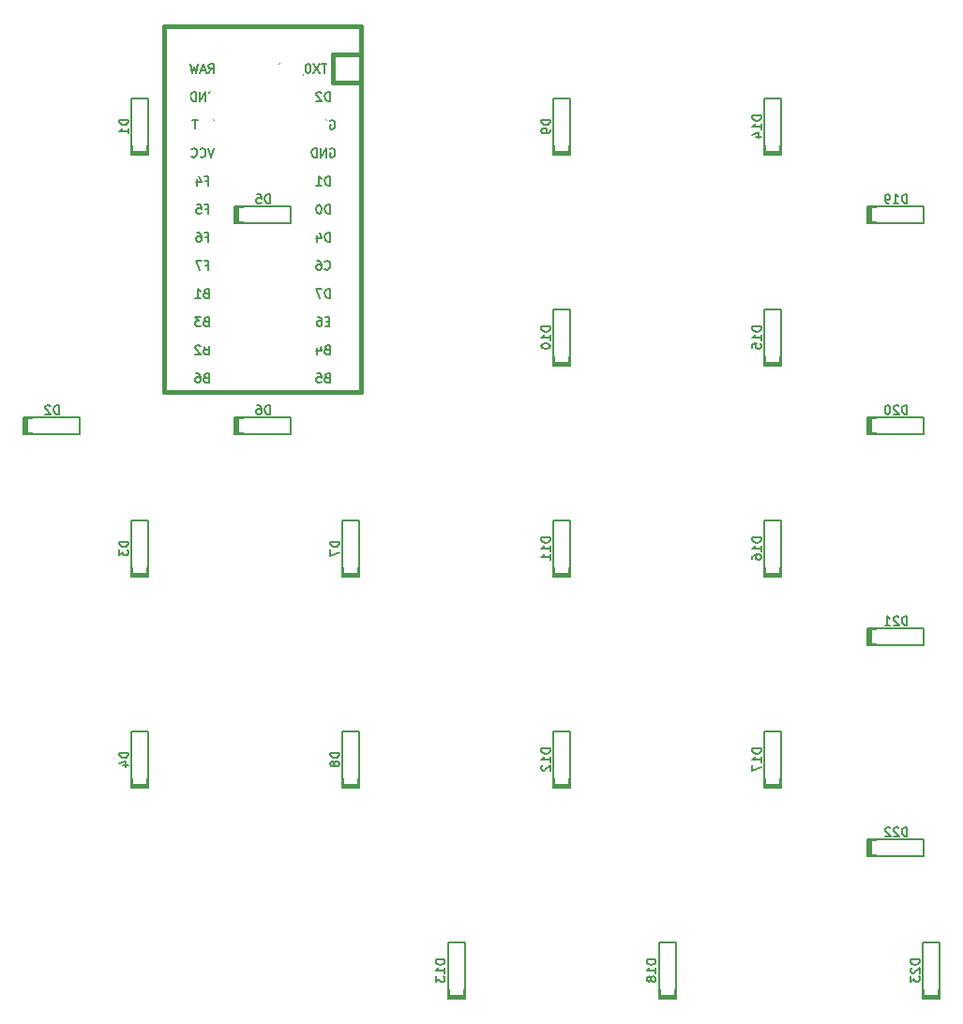
<source format=gbo>
%TF.GenerationSoftware,KiCad,Pcbnew,(5.1.12)-1*%
%TF.CreationDate,2022-01-01T12:52:38-05:00*%
%TF.ProjectId,my-keeb-1,6d792d6b-6565-4622-9d31-2e6b69636164,rev?*%
%TF.SameCoordinates,Original*%
%TF.FileFunction,Legend,Bot*%
%TF.FilePolarity,Positive*%
%FSLAX46Y46*%
G04 Gerber Fmt 4.6, Leading zero omitted, Abs format (unit mm)*
G04 Created by KiCad (PCBNEW (5.1.12)-1) date 2022-01-01 12:52:38*
%MOMM*%
%LPD*%
G01*
G04 APERTURE LIST*
%ADD10C,0.381000*%
%ADD11C,0.150000*%
%ADD12C,1.750000*%
%ADD13C,2.250000*%
%ADD14C,3.987800*%
%ADD15C,1.752600*%
%ADD16R,1.752600X1.752600*%
%ADD17R,1.600000X1.600000*%
%ADD18C,1.600000*%
%ADD19R,1.200000X1.600000*%
%ADD20R,1.600000X1.200000*%
G04 APERTURE END LIST*
D10*
%TO.C,U1*%
X50165000Y-15716250D02*
X50165000Y-46196250D01*
X50165000Y-46196250D02*
X32385000Y-46196250D01*
X32385000Y-46196250D02*
X32385000Y-15716250D01*
X47625000Y-15716250D02*
X47625000Y-18256250D01*
X47625000Y-18256250D02*
X50165000Y-18256250D01*
D11*
G36*
X36343432Y-21595610D02*
G01*
X36343432Y-21895610D01*
X36443432Y-21895610D01*
X36443432Y-21595610D01*
X36343432Y-21595610D01*
G37*
X36343432Y-21595610D02*
X36343432Y-21895610D01*
X36443432Y-21895610D01*
X36443432Y-21595610D01*
X36343432Y-21595610D01*
G36*
X36543432Y-21995610D02*
G01*
X36543432Y-22095610D01*
X36643432Y-22095610D01*
X36643432Y-21995610D01*
X36543432Y-21995610D01*
G37*
X36543432Y-21995610D02*
X36543432Y-22095610D01*
X36643432Y-22095610D01*
X36643432Y-21995610D01*
X36543432Y-21995610D01*
G36*
X36343432Y-21595610D02*
G01*
X36343432Y-21695610D01*
X36843432Y-21695610D01*
X36843432Y-21595610D01*
X36343432Y-21595610D01*
G37*
X36343432Y-21595610D02*
X36343432Y-21695610D01*
X36843432Y-21695610D01*
X36843432Y-21595610D01*
X36343432Y-21595610D01*
G36*
X36743432Y-21595610D02*
G01*
X36743432Y-22395610D01*
X36843432Y-22395610D01*
X36843432Y-21595610D01*
X36743432Y-21595610D01*
G37*
X36743432Y-21595610D02*
X36743432Y-22395610D01*
X36843432Y-22395610D01*
X36843432Y-21595610D01*
X36743432Y-21595610D01*
G36*
X36343432Y-22195610D02*
G01*
X36343432Y-22395610D01*
X36443432Y-22395610D01*
X36443432Y-22195610D01*
X36343432Y-22195610D01*
G37*
X36343432Y-22195610D02*
X36343432Y-22395610D01*
X36443432Y-22395610D01*
X36443432Y-22195610D01*
X36343432Y-22195610D01*
D10*
X32385000Y-15716250D02*
X32385000Y-13176250D01*
X32385000Y-13176250D02*
X50165000Y-13176250D01*
X50165000Y-13176250D02*
X50165000Y-15716250D01*
X47625000Y-15716250D02*
X50165000Y-15716250D01*
D11*
%TO.C,D23*%
X100838000Y-100203000D02*
X102362000Y-100203000D01*
X100838000Y-100330000D02*
X102362000Y-100330000D01*
X102362000Y-100457000D02*
X100838000Y-100457000D01*
X100838000Y-100838000D02*
X102362000Y-100838000D01*
X102362000Y-100711000D02*
X100838000Y-100711000D01*
X100838000Y-100584000D02*
X102362000Y-100584000D01*
X102362000Y-95885000D02*
X100838000Y-95885000D01*
X102362000Y-100965000D02*
X102362000Y-95885000D01*
X100838000Y-100965000D02*
X102362000Y-100965000D01*
X100838000Y-95885000D02*
X100838000Y-100965000D01*
%TO.C,D22*%
X96647000Y-86550500D02*
X96647000Y-88074500D01*
X96520000Y-86550500D02*
X96520000Y-88074500D01*
X96393000Y-88074500D02*
X96393000Y-86550500D01*
X96012000Y-86550500D02*
X96012000Y-88074500D01*
X96139000Y-88074500D02*
X96139000Y-86550500D01*
X96266000Y-86550500D02*
X96266000Y-88074500D01*
X100965000Y-88074500D02*
X100965000Y-86550500D01*
X95885000Y-88074500D02*
X100965000Y-88074500D01*
X95885000Y-86550500D02*
X95885000Y-88074500D01*
X100965000Y-86550500D02*
X95885000Y-86550500D01*
%TO.C,D21*%
X96647000Y-67500500D02*
X96647000Y-69024500D01*
X96520000Y-67500500D02*
X96520000Y-69024500D01*
X96393000Y-69024500D02*
X96393000Y-67500500D01*
X96012000Y-67500500D02*
X96012000Y-69024500D01*
X96139000Y-69024500D02*
X96139000Y-67500500D01*
X96266000Y-67500500D02*
X96266000Y-69024500D01*
X100965000Y-69024500D02*
X100965000Y-67500500D01*
X95885000Y-69024500D02*
X100965000Y-69024500D01*
X95885000Y-67500500D02*
X95885000Y-69024500D01*
X100965000Y-67500500D02*
X95885000Y-67500500D01*
%TO.C,D20*%
X100965000Y-48450500D02*
X95885000Y-48450500D01*
X95885000Y-48450500D02*
X95885000Y-49974500D01*
X95885000Y-49974500D02*
X100965000Y-49974500D01*
X100965000Y-49974500D02*
X100965000Y-48450500D01*
X96266000Y-48450500D02*
X96266000Y-49974500D01*
X96139000Y-49974500D02*
X96139000Y-48450500D01*
X96012000Y-48450500D02*
X96012000Y-49974500D01*
X96393000Y-49974500D02*
X96393000Y-48450500D01*
X96520000Y-48450500D02*
X96520000Y-49974500D01*
X96647000Y-48450500D02*
X96647000Y-49974500D01*
%TO.C,D19*%
X96647000Y-29400500D02*
X96647000Y-30924500D01*
X96520000Y-29400500D02*
X96520000Y-30924500D01*
X96393000Y-30924500D02*
X96393000Y-29400500D01*
X96012000Y-29400500D02*
X96012000Y-30924500D01*
X96139000Y-30924500D02*
X96139000Y-29400500D01*
X96266000Y-29400500D02*
X96266000Y-30924500D01*
X100965000Y-30924500D02*
X100965000Y-29400500D01*
X95885000Y-30924500D02*
X100965000Y-30924500D01*
X95885000Y-29400500D02*
X95885000Y-30924500D01*
X100965000Y-29400500D02*
X95885000Y-29400500D01*
%TO.C,D18*%
X77025500Y-100203000D02*
X78549500Y-100203000D01*
X77025500Y-100330000D02*
X78549500Y-100330000D01*
X78549500Y-100457000D02*
X77025500Y-100457000D01*
X77025500Y-100838000D02*
X78549500Y-100838000D01*
X78549500Y-100711000D02*
X77025500Y-100711000D01*
X77025500Y-100584000D02*
X78549500Y-100584000D01*
X78549500Y-95885000D02*
X77025500Y-95885000D01*
X78549500Y-100965000D02*
X78549500Y-95885000D01*
X77025500Y-100965000D02*
X78549500Y-100965000D01*
X77025500Y-95885000D02*
X77025500Y-100965000D01*
%TO.C,D17*%
X86550500Y-81153000D02*
X88074500Y-81153000D01*
X86550500Y-81280000D02*
X88074500Y-81280000D01*
X88074500Y-81407000D02*
X86550500Y-81407000D01*
X86550500Y-81788000D02*
X88074500Y-81788000D01*
X88074500Y-81661000D02*
X86550500Y-81661000D01*
X86550500Y-81534000D02*
X88074500Y-81534000D01*
X88074500Y-76835000D02*
X86550500Y-76835000D01*
X88074500Y-81915000D02*
X88074500Y-76835000D01*
X86550500Y-81915000D02*
X88074500Y-81915000D01*
X86550500Y-76835000D02*
X86550500Y-81915000D01*
%TO.C,D16*%
X86550500Y-62103000D02*
X88074500Y-62103000D01*
X86550500Y-62230000D02*
X88074500Y-62230000D01*
X88074500Y-62357000D02*
X86550500Y-62357000D01*
X86550500Y-62738000D02*
X88074500Y-62738000D01*
X88074500Y-62611000D02*
X86550500Y-62611000D01*
X86550500Y-62484000D02*
X88074500Y-62484000D01*
X88074500Y-57785000D02*
X86550500Y-57785000D01*
X88074500Y-62865000D02*
X88074500Y-57785000D01*
X86550500Y-62865000D02*
X88074500Y-62865000D01*
X86550500Y-57785000D02*
X86550500Y-62865000D01*
%TO.C,D15*%
X86550500Y-43053000D02*
X88074500Y-43053000D01*
X86550500Y-43180000D02*
X88074500Y-43180000D01*
X88074500Y-43307000D02*
X86550500Y-43307000D01*
X86550500Y-43688000D02*
X88074500Y-43688000D01*
X88074500Y-43561000D02*
X86550500Y-43561000D01*
X86550500Y-43434000D02*
X88074500Y-43434000D01*
X88074500Y-38735000D02*
X86550500Y-38735000D01*
X88074500Y-43815000D02*
X88074500Y-38735000D01*
X86550500Y-43815000D02*
X88074500Y-43815000D01*
X86550500Y-38735000D02*
X86550500Y-43815000D01*
%TO.C,D14*%
X86550500Y-24003000D02*
X88074500Y-24003000D01*
X86550500Y-24130000D02*
X88074500Y-24130000D01*
X88074500Y-24257000D02*
X86550500Y-24257000D01*
X86550500Y-24638000D02*
X88074500Y-24638000D01*
X88074500Y-24511000D02*
X86550500Y-24511000D01*
X86550500Y-24384000D02*
X88074500Y-24384000D01*
X88074500Y-19685000D02*
X86550500Y-19685000D01*
X88074500Y-24765000D02*
X88074500Y-19685000D01*
X86550500Y-24765000D02*
X88074500Y-24765000D01*
X86550500Y-19685000D02*
X86550500Y-24765000D01*
%TO.C,D13*%
X57975500Y-100203000D02*
X59499500Y-100203000D01*
X57975500Y-100330000D02*
X59499500Y-100330000D01*
X59499500Y-100457000D02*
X57975500Y-100457000D01*
X57975500Y-100838000D02*
X59499500Y-100838000D01*
X59499500Y-100711000D02*
X57975500Y-100711000D01*
X57975500Y-100584000D02*
X59499500Y-100584000D01*
X59499500Y-95885000D02*
X57975500Y-95885000D01*
X59499500Y-100965000D02*
X59499500Y-95885000D01*
X57975500Y-100965000D02*
X59499500Y-100965000D01*
X57975500Y-95885000D02*
X57975500Y-100965000D01*
%TO.C,D12*%
X67500500Y-81153000D02*
X69024500Y-81153000D01*
X67500500Y-81280000D02*
X69024500Y-81280000D01*
X69024500Y-81407000D02*
X67500500Y-81407000D01*
X67500500Y-81788000D02*
X69024500Y-81788000D01*
X69024500Y-81661000D02*
X67500500Y-81661000D01*
X67500500Y-81534000D02*
X69024500Y-81534000D01*
X69024500Y-76835000D02*
X67500500Y-76835000D01*
X69024500Y-81915000D02*
X69024500Y-76835000D01*
X67500500Y-81915000D02*
X69024500Y-81915000D01*
X67500500Y-76835000D02*
X67500500Y-81915000D01*
%TO.C,D11*%
X67500500Y-62103000D02*
X69024500Y-62103000D01*
X67500500Y-62230000D02*
X69024500Y-62230000D01*
X69024500Y-62357000D02*
X67500500Y-62357000D01*
X67500500Y-62738000D02*
X69024500Y-62738000D01*
X69024500Y-62611000D02*
X67500500Y-62611000D01*
X67500500Y-62484000D02*
X69024500Y-62484000D01*
X69024500Y-57785000D02*
X67500500Y-57785000D01*
X69024500Y-62865000D02*
X69024500Y-57785000D01*
X67500500Y-62865000D02*
X69024500Y-62865000D01*
X67500500Y-57785000D02*
X67500500Y-62865000D01*
%TO.C,D10*%
X67500500Y-43053000D02*
X69024500Y-43053000D01*
X67500500Y-43180000D02*
X69024500Y-43180000D01*
X69024500Y-43307000D02*
X67500500Y-43307000D01*
X67500500Y-43688000D02*
X69024500Y-43688000D01*
X69024500Y-43561000D02*
X67500500Y-43561000D01*
X67500500Y-43434000D02*
X69024500Y-43434000D01*
X69024500Y-38735000D02*
X67500500Y-38735000D01*
X69024500Y-43815000D02*
X69024500Y-38735000D01*
X67500500Y-43815000D02*
X69024500Y-43815000D01*
X67500500Y-38735000D02*
X67500500Y-43815000D01*
%TO.C,D9*%
X67500500Y-24003000D02*
X69024500Y-24003000D01*
X67500500Y-24130000D02*
X69024500Y-24130000D01*
X69024500Y-24257000D02*
X67500500Y-24257000D01*
X67500500Y-24638000D02*
X69024500Y-24638000D01*
X69024500Y-24511000D02*
X67500500Y-24511000D01*
X67500500Y-24384000D02*
X69024500Y-24384000D01*
X69024500Y-19685000D02*
X67500500Y-19685000D01*
X69024500Y-24765000D02*
X69024500Y-19685000D01*
X67500500Y-24765000D02*
X69024500Y-24765000D01*
X67500500Y-19685000D02*
X67500500Y-24765000D01*
%TO.C,D8*%
X48450500Y-81153000D02*
X49974500Y-81153000D01*
X48450500Y-81280000D02*
X49974500Y-81280000D01*
X49974500Y-81407000D02*
X48450500Y-81407000D01*
X48450500Y-81788000D02*
X49974500Y-81788000D01*
X49974500Y-81661000D02*
X48450500Y-81661000D01*
X48450500Y-81534000D02*
X49974500Y-81534000D01*
X49974500Y-76835000D02*
X48450500Y-76835000D01*
X49974500Y-81915000D02*
X49974500Y-76835000D01*
X48450500Y-81915000D02*
X49974500Y-81915000D01*
X48450500Y-76835000D02*
X48450500Y-81915000D01*
%TO.C,D7*%
X48450500Y-62103000D02*
X49974500Y-62103000D01*
X48450500Y-62230000D02*
X49974500Y-62230000D01*
X49974500Y-62357000D02*
X48450500Y-62357000D01*
X48450500Y-62738000D02*
X49974500Y-62738000D01*
X49974500Y-62611000D02*
X48450500Y-62611000D01*
X48450500Y-62484000D02*
X49974500Y-62484000D01*
X49974500Y-57785000D02*
X48450500Y-57785000D01*
X49974500Y-62865000D02*
X49974500Y-57785000D01*
X48450500Y-62865000D02*
X49974500Y-62865000D01*
X48450500Y-57785000D02*
X48450500Y-62865000D01*
%TO.C,D6*%
X39497000Y-48450500D02*
X39497000Y-49974500D01*
X39370000Y-48450500D02*
X39370000Y-49974500D01*
X39243000Y-49974500D02*
X39243000Y-48450500D01*
X38862000Y-48450500D02*
X38862000Y-49974500D01*
X38989000Y-49974500D02*
X38989000Y-48450500D01*
X39116000Y-48450500D02*
X39116000Y-49974500D01*
X43815000Y-49974500D02*
X43815000Y-48450500D01*
X38735000Y-49974500D02*
X43815000Y-49974500D01*
X38735000Y-48450500D02*
X38735000Y-49974500D01*
X43815000Y-48450500D02*
X38735000Y-48450500D01*
%TO.C,D5*%
X39497000Y-29400500D02*
X39497000Y-30924500D01*
X39370000Y-29400500D02*
X39370000Y-30924500D01*
X39243000Y-30924500D02*
X39243000Y-29400500D01*
X38862000Y-29400500D02*
X38862000Y-30924500D01*
X38989000Y-30924500D02*
X38989000Y-29400500D01*
X39116000Y-29400500D02*
X39116000Y-30924500D01*
X43815000Y-30924500D02*
X43815000Y-29400500D01*
X38735000Y-30924500D02*
X43815000Y-30924500D01*
X38735000Y-29400500D02*
X38735000Y-30924500D01*
X43815000Y-29400500D02*
X38735000Y-29400500D01*
%TO.C,D4*%
X29400500Y-81153000D02*
X30924500Y-81153000D01*
X29400500Y-81280000D02*
X30924500Y-81280000D01*
X30924500Y-81407000D02*
X29400500Y-81407000D01*
X29400500Y-81788000D02*
X30924500Y-81788000D01*
X30924500Y-81661000D02*
X29400500Y-81661000D01*
X29400500Y-81534000D02*
X30924500Y-81534000D01*
X30924500Y-76835000D02*
X29400500Y-76835000D01*
X30924500Y-81915000D02*
X30924500Y-76835000D01*
X29400500Y-81915000D02*
X30924500Y-81915000D01*
X29400500Y-76835000D02*
X29400500Y-81915000D01*
%TO.C,D3*%
X29400500Y-62103000D02*
X30924500Y-62103000D01*
X29400500Y-62230000D02*
X30924500Y-62230000D01*
X30924500Y-62357000D02*
X29400500Y-62357000D01*
X29400500Y-62738000D02*
X30924500Y-62738000D01*
X30924500Y-62611000D02*
X29400500Y-62611000D01*
X29400500Y-62484000D02*
X30924500Y-62484000D01*
X30924500Y-57785000D02*
X29400500Y-57785000D01*
X30924500Y-62865000D02*
X30924500Y-57785000D01*
X29400500Y-62865000D02*
X30924500Y-62865000D01*
X29400500Y-57785000D02*
X29400500Y-62865000D01*
%TO.C,D2*%
X20447000Y-48450500D02*
X20447000Y-49974500D01*
X20320000Y-48450500D02*
X20320000Y-49974500D01*
X20193000Y-49974500D02*
X20193000Y-48450500D01*
X19812000Y-48450500D02*
X19812000Y-49974500D01*
X19939000Y-49974500D02*
X19939000Y-48450500D01*
X20066000Y-48450500D02*
X20066000Y-49974500D01*
X24765000Y-49974500D02*
X24765000Y-48450500D01*
X19685000Y-49974500D02*
X24765000Y-49974500D01*
X19685000Y-48450500D02*
X19685000Y-49974500D01*
X24765000Y-48450500D02*
X19685000Y-48450500D01*
%TO.C,D1*%
X29400500Y-24003000D02*
X30924500Y-24003000D01*
X29400500Y-24130000D02*
X30924500Y-24130000D01*
X30924500Y-24257000D02*
X29400500Y-24257000D01*
X29400500Y-24638000D02*
X30924500Y-24638000D01*
X30924500Y-24511000D02*
X29400500Y-24511000D01*
X29400500Y-24384000D02*
X30924500Y-24384000D01*
X30924500Y-19685000D02*
X29400500Y-19685000D01*
X30924500Y-24765000D02*
X30924500Y-19685000D01*
X29400500Y-24765000D02*
X30924500Y-24765000D01*
X29400500Y-19685000D02*
X29400500Y-24765000D01*
%TO.C,U1*%
X47037348Y-16548154D02*
X46580205Y-16548154D01*
X46808776Y-17348154D02*
X46808776Y-16548154D01*
X46389729Y-16548154D02*
X45856395Y-17348154D01*
X45856395Y-16548154D02*
X46389729Y-17348154D01*
X45399252Y-16548154D02*
X45323062Y-16548154D01*
X45246872Y-16586250D01*
X45208776Y-16624345D01*
X45170681Y-16700535D01*
X45132586Y-16852916D01*
X45132586Y-17043392D01*
X45170681Y-17195773D01*
X45208776Y-17271964D01*
X45246872Y-17310059D01*
X45323062Y-17348154D01*
X45399252Y-17348154D01*
X45475443Y-17310059D01*
X45513538Y-17271964D01*
X45551633Y-17195773D01*
X45589729Y-17043392D01*
X45589729Y-16852916D01*
X45551633Y-16700535D01*
X45513538Y-16624345D01*
X45475443Y-16586250D01*
X45399252Y-16548154D01*
X44218300Y-16510059D02*
X44904014Y-17538630D01*
X43951633Y-17348154D02*
X43951633Y-16548154D01*
X43761157Y-16548154D01*
X43646872Y-16586250D01*
X43570681Y-16662440D01*
X43532586Y-16738630D01*
X43494491Y-16891011D01*
X43494491Y-17005297D01*
X43532586Y-17157678D01*
X43570681Y-17233869D01*
X43646872Y-17310059D01*
X43761157Y-17348154D01*
X43951633Y-17348154D01*
X43227824Y-16548154D02*
X42732586Y-16548154D01*
X42999252Y-16852916D01*
X42884967Y-16852916D01*
X42808776Y-16891011D01*
X42770681Y-16929107D01*
X42732586Y-17005297D01*
X42732586Y-17195773D01*
X42770681Y-17271964D01*
X42808776Y-17310059D01*
X42884967Y-17348154D01*
X43113538Y-17348154D01*
X43189729Y-17310059D01*
X43227824Y-17271964D01*
X47326476Y-19888154D02*
X47326476Y-19088154D01*
X47136000Y-19088154D01*
X47021714Y-19126250D01*
X46945523Y-19202440D01*
X46907428Y-19278630D01*
X46869333Y-19431011D01*
X46869333Y-19545297D01*
X46907428Y-19697678D01*
X46945523Y-19773869D01*
X47021714Y-19850059D01*
X47136000Y-19888154D01*
X47326476Y-19888154D01*
X46564571Y-19164345D02*
X46526476Y-19126250D01*
X46450285Y-19088154D01*
X46259809Y-19088154D01*
X46183619Y-19126250D01*
X46145523Y-19164345D01*
X46107428Y-19240535D01*
X46107428Y-19316726D01*
X46145523Y-19431011D01*
X46602666Y-19888154D01*
X46107428Y-19888154D01*
X47326476Y-30048154D02*
X47326476Y-29248154D01*
X47136000Y-29248154D01*
X47021714Y-29286250D01*
X46945523Y-29362440D01*
X46907428Y-29438630D01*
X46869333Y-29591011D01*
X46869333Y-29705297D01*
X46907428Y-29857678D01*
X46945523Y-29933869D01*
X47021714Y-30010059D01*
X47136000Y-30048154D01*
X47326476Y-30048154D01*
X46374095Y-29248154D02*
X46297904Y-29248154D01*
X46221714Y-29286250D01*
X46183619Y-29324345D01*
X46145523Y-29400535D01*
X46107428Y-29552916D01*
X46107428Y-29743392D01*
X46145523Y-29895773D01*
X46183619Y-29971964D01*
X46221714Y-30010059D01*
X46297904Y-30048154D01*
X46374095Y-30048154D01*
X46450285Y-30010059D01*
X46488380Y-29971964D01*
X46526476Y-29895773D01*
X46564571Y-29743392D01*
X46564571Y-29552916D01*
X46526476Y-29400535D01*
X46488380Y-29324345D01*
X46450285Y-29286250D01*
X46374095Y-29248154D01*
X47326476Y-27508154D02*
X47326476Y-26708154D01*
X47136000Y-26708154D01*
X47021714Y-26746250D01*
X46945523Y-26822440D01*
X46907428Y-26898630D01*
X46869333Y-27051011D01*
X46869333Y-27165297D01*
X46907428Y-27317678D01*
X46945523Y-27393869D01*
X47021714Y-27470059D01*
X47136000Y-27508154D01*
X47326476Y-27508154D01*
X46107428Y-27508154D02*
X46564571Y-27508154D01*
X46336000Y-27508154D02*
X46336000Y-26708154D01*
X46412190Y-26822440D01*
X46488380Y-26898630D01*
X46564571Y-26936726D01*
X47345523Y-24206250D02*
X47421714Y-24168154D01*
X47536000Y-24168154D01*
X47650285Y-24206250D01*
X47726476Y-24282440D01*
X47764571Y-24358630D01*
X47802666Y-24511011D01*
X47802666Y-24625297D01*
X47764571Y-24777678D01*
X47726476Y-24853869D01*
X47650285Y-24930059D01*
X47536000Y-24968154D01*
X47459809Y-24968154D01*
X47345523Y-24930059D01*
X47307428Y-24891964D01*
X47307428Y-24625297D01*
X47459809Y-24625297D01*
X46964571Y-24968154D02*
X46964571Y-24168154D01*
X46507428Y-24968154D01*
X46507428Y-24168154D01*
X46126476Y-24968154D02*
X46126476Y-24168154D01*
X45936000Y-24168154D01*
X45821714Y-24206250D01*
X45745523Y-24282440D01*
X45707428Y-24358630D01*
X45669333Y-24511011D01*
X45669333Y-24625297D01*
X45707428Y-24777678D01*
X45745523Y-24853869D01*
X45821714Y-24930059D01*
X45936000Y-24968154D01*
X46126476Y-24968154D01*
X47345523Y-21666250D02*
X47421714Y-21628154D01*
X47536000Y-21628154D01*
X47650285Y-21666250D01*
X47726476Y-21742440D01*
X47764571Y-21818630D01*
X47802666Y-21971011D01*
X47802666Y-22085297D01*
X47764571Y-22237678D01*
X47726476Y-22313869D01*
X47650285Y-22390059D01*
X47536000Y-22428154D01*
X47459809Y-22428154D01*
X47345523Y-22390059D01*
X47307428Y-22351964D01*
X47307428Y-22085297D01*
X47459809Y-22085297D01*
X46964571Y-22428154D02*
X46964571Y-21628154D01*
X46507428Y-22428154D01*
X46507428Y-21628154D01*
X46126476Y-22428154D02*
X46126476Y-21628154D01*
X45936000Y-21628154D01*
X45821714Y-21666250D01*
X45745523Y-21742440D01*
X45707428Y-21818630D01*
X45669333Y-21971011D01*
X45669333Y-22085297D01*
X45707428Y-22237678D01*
X45745523Y-22313869D01*
X45821714Y-22390059D01*
X45936000Y-22428154D01*
X46126476Y-22428154D01*
X47326476Y-32588154D02*
X47326476Y-31788154D01*
X47136000Y-31788154D01*
X47021714Y-31826250D01*
X46945523Y-31902440D01*
X46907428Y-31978630D01*
X46869333Y-32131011D01*
X46869333Y-32245297D01*
X46907428Y-32397678D01*
X46945523Y-32473869D01*
X47021714Y-32550059D01*
X47136000Y-32588154D01*
X47326476Y-32588154D01*
X46183619Y-32054821D02*
X46183619Y-32588154D01*
X46374095Y-31750059D02*
X46564571Y-32321488D01*
X46069333Y-32321488D01*
X46869333Y-35051964D02*
X46907428Y-35090059D01*
X47021714Y-35128154D01*
X47097904Y-35128154D01*
X47212190Y-35090059D01*
X47288380Y-35013869D01*
X47326476Y-34937678D01*
X47364571Y-34785297D01*
X47364571Y-34671011D01*
X47326476Y-34518630D01*
X47288380Y-34442440D01*
X47212190Y-34366250D01*
X47097904Y-34328154D01*
X47021714Y-34328154D01*
X46907428Y-34366250D01*
X46869333Y-34404345D01*
X46183619Y-34328154D02*
X46336000Y-34328154D01*
X46412190Y-34366250D01*
X46450285Y-34404345D01*
X46526476Y-34518630D01*
X46564571Y-34671011D01*
X46564571Y-34975773D01*
X46526476Y-35051964D01*
X46488380Y-35090059D01*
X46412190Y-35128154D01*
X46259809Y-35128154D01*
X46183619Y-35090059D01*
X46145523Y-35051964D01*
X46107428Y-34975773D01*
X46107428Y-34785297D01*
X46145523Y-34709107D01*
X46183619Y-34671011D01*
X46259809Y-34632916D01*
X46412190Y-34632916D01*
X46488380Y-34671011D01*
X46526476Y-34709107D01*
X46564571Y-34785297D01*
X47326476Y-37668154D02*
X47326476Y-36868154D01*
X47136000Y-36868154D01*
X47021714Y-36906250D01*
X46945523Y-36982440D01*
X46907428Y-37058630D01*
X46869333Y-37211011D01*
X46869333Y-37325297D01*
X46907428Y-37477678D01*
X46945523Y-37553869D01*
X47021714Y-37630059D01*
X47136000Y-37668154D01*
X47326476Y-37668154D01*
X46602666Y-36868154D02*
X46069333Y-36868154D01*
X46412190Y-37668154D01*
X47288380Y-39789107D02*
X47021714Y-39789107D01*
X46907428Y-40208154D02*
X47288380Y-40208154D01*
X47288380Y-39408154D01*
X46907428Y-39408154D01*
X46221714Y-39408154D02*
X46374095Y-39408154D01*
X46450285Y-39446250D01*
X46488380Y-39484345D01*
X46564571Y-39598630D01*
X46602666Y-39751011D01*
X46602666Y-40055773D01*
X46564571Y-40131964D01*
X46526476Y-40170059D01*
X46450285Y-40208154D01*
X46297904Y-40208154D01*
X46221714Y-40170059D01*
X46183619Y-40131964D01*
X46145523Y-40055773D01*
X46145523Y-39865297D01*
X46183619Y-39789107D01*
X46221714Y-39751011D01*
X46297904Y-39712916D01*
X46450285Y-39712916D01*
X46526476Y-39751011D01*
X46564571Y-39789107D01*
X46602666Y-39865297D01*
X47059809Y-42329107D02*
X46945523Y-42367202D01*
X46907428Y-42405297D01*
X46869333Y-42481488D01*
X46869333Y-42595773D01*
X46907428Y-42671964D01*
X46945523Y-42710059D01*
X47021714Y-42748154D01*
X47326476Y-42748154D01*
X47326476Y-41948154D01*
X47059809Y-41948154D01*
X46983619Y-41986250D01*
X46945523Y-42024345D01*
X46907428Y-42100535D01*
X46907428Y-42176726D01*
X46945523Y-42252916D01*
X46983619Y-42291011D01*
X47059809Y-42329107D01*
X47326476Y-42329107D01*
X46183619Y-42214821D02*
X46183619Y-42748154D01*
X46374095Y-41910059D02*
X46564571Y-42481488D01*
X46069333Y-42481488D01*
X47059809Y-44869107D02*
X46945523Y-44907202D01*
X46907428Y-44945297D01*
X46869333Y-45021488D01*
X46869333Y-45135773D01*
X46907428Y-45211964D01*
X46945523Y-45250059D01*
X47021714Y-45288154D01*
X47326476Y-45288154D01*
X47326476Y-44488154D01*
X47059809Y-44488154D01*
X46983619Y-44526250D01*
X46945523Y-44564345D01*
X46907428Y-44640535D01*
X46907428Y-44716726D01*
X46945523Y-44792916D01*
X46983619Y-44831011D01*
X47059809Y-44869107D01*
X47326476Y-44869107D01*
X46145523Y-44488154D02*
X46526476Y-44488154D01*
X46564571Y-44869107D01*
X46526476Y-44831011D01*
X46450285Y-44792916D01*
X46259809Y-44792916D01*
X46183619Y-44831011D01*
X46145523Y-44869107D01*
X46107428Y-44945297D01*
X46107428Y-45135773D01*
X46145523Y-45211964D01*
X46183619Y-45250059D01*
X46259809Y-45288154D01*
X46450285Y-45288154D01*
X46526476Y-45250059D01*
X46564571Y-45211964D01*
X36137809Y-44869107D02*
X36023523Y-44907202D01*
X35985428Y-44945297D01*
X35947333Y-45021488D01*
X35947333Y-45135773D01*
X35985428Y-45211964D01*
X36023523Y-45250059D01*
X36099714Y-45288154D01*
X36404476Y-45288154D01*
X36404476Y-44488154D01*
X36137809Y-44488154D01*
X36061619Y-44526250D01*
X36023523Y-44564345D01*
X35985428Y-44640535D01*
X35985428Y-44716726D01*
X36023523Y-44792916D01*
X36061619Y-44831011D01*
X36137809Y-44869107D01*
X36404476Y-44869107D01*
X35261619Y-44488154D02*
X35414000Y-44488154D01*
X35490190Y-44526250D01*
X35528285Y-44564345D01*
X35604476Y-44678630D01*
X35642571Y-44831011D01*
X35642571Y-45135773D01*
X35604476Y-45211964D01*
X35566380Y-45250059D01*
X35490190Y-45288154D01*
X35337809Y-45288154D01*
X35261619Y-45250059D01*
X35223523Y-45211964D01*
X35185428Y-45135773D01*
X35185428Y-44945297D01*
X35223523Y-44869107D01*
X35261619Y-44831011D01*
X35337809Y-44792916D01*
X35490190Y-44792916D01*
X35566380Y-44831011D01*
X35604476Y-44869107D01*
X35642571Y-44945297D01*
X36137809Y-39789107D02*
X36023523Y-39827202D01*
X35985428Y-39865297D01*
X35947333Y-39941488D01*
X35947333Y-40055773D01*
X35985428Y-40131964D01*
X36023523Y-40170059D01*
X36099714Y-40208154D01*
X36404476Y-40208154D01*
X36404476Y-39408154D01*
X36137809Y-39408154D01*
X36061619Y-39446250D01*
X36023523Y-39484345D01*
X35985428Y-39560535D01*
X35985428Y-39636726D01*
X36023523Y-39712916D01*
X36061619Y-39751011D01*
X36137809Y-39789107D01*
X36404476Y-39789107D01*
X35680666Y-39408154D02*
X35185428Y-39408154D01*
X35452095Y-39712916D01*
X35337809Y-39712916D01*
X35261619Y-39751011D01*
X35223523Y-39789107D01*
X35185428Y-39865297D01*
X35185428Y-40055773D01*
X35223523Y-40131964D01*
X35261619Y-40170059D01*
X35337809Y-40208154D01*
X35566380Y-40208154D01*
X35642571Y-40170059D01*
X35680666Y-40131964D01*
X36137809Y-37249107D02*
X36023523Y-37287202D01*
X35985428Y-37325297D01*
X35947333Y-37401488D01*
X35947333Y-37515773D01*
X35985428Y-37591964D01*
X36023523Y-37630059D01*
X36099714Y-37668154D01*
X36404476Y-37668154D01*
X36404476Y-36868154D01*
X36137809Y-36868154D01*
X36061619Y-36906250D01*
X36023523Y-36944345D01*
X35985428Y-37020535D01*
X35985428Y-37096726D01*
X36023523Y-37172916D01*
X36061619Y-37211011D01*
X36137809Y-37249107D01*
X36404476Y-37249107D01*
X35185428Y-37668154D02*
X35642571Y-37668154D01*
X35414000Y-37668154D02*
X35414000Y-36868154D01*
X35490190Y-36982440D01*
X35566380Y-37058630D01*
X35642571Y-37096726D01*
X36080666Y-27089107D02*
X36347333Y-27089107D01*
X36347333Y-27508154D02*
X36347333Y-26708154D01*
X35966380Y-26708154D01*
X35318761Y-26974821D02*
X35318761Y-27508154D01*
X35509238Y-26670059D02*
X35699714Y-27241488D01*
X35204476Y-27241488D01*
X36880666Y-24168154D02*
X36614000Y-24968154D01*
X36347333Y-24168154D01*
X35623523Y-24891964D02*
X35661619Y-24930059D01*
X35775904Y-24968154D01*
X35852095Y-24968154D01*
X35966380Y-24930059D01*
X36042571Y-24853869D01*
X36080666Y-24777678D01*
X36118761Y-24625297D01*
X36118761Y-24511011D01*
X36080666Y-24358630D01*
X36042571Y-24282440D01*
X35966380Y-24206250D01*
X35852095Y-24168154D01*
X35775904Y-24168154D01*
X35661619Y-24206250D01*
X35623523Y-24244345D01*
X34823523Y-24891964D02*
X34861619Y-24930059D01*
X34975904Y-24968154D01*
X35052095Y-24968154D01*
X35166380Y-24930059D01*
X35242571Y-24853869D01*
X35280666Y-24777678D01*
X35318761Y-24625297D01*
X35318761Y-24511011D01*
X35280666Y-24358630D01*
X35242571Y-24282440D01*
X35166380Y-24206250D01*
X35052095Y-24168154D01*
X34975904Y-24168154D01*
X34861619Y-24206250D01*
X34823523Y-24244345D01*
X36075213Y-22360059D02*
X35960927Y-22398154D01*
X35770451Y-22398154D01*
X35694260Y-22360059D01*
X35656165Y-22321964D01*
X35618070Y-22245773D01*
X35618070Y-22169583D01*
X35656165Y-22093392D01*
X35694260Y-22055297D01*
X35770451Y-22017202D01*
X35922832Y-21979107D01*
X35999022Y-21941011D01*
X36037118Y-21902916D01*
X36075213Y-21826726D01*
X36075213Y-21750535D01*
X36037118Y-21674345D01*
X35999022Y-21636250D01*
X35922832Y-21598154D01*
X35732356Y-21598154D01*
X35618070Y-21636250D01*
X35389499Y-21598154D02*
X34932356Y-21598154D01*
X35160927Y-22398154D02*
X35160927Y-21598154D01*
X36423523Y-19126250D02*
X36499714Y-19088154D01*
X36614000Y-19088154D01*
X36728285Y-19126250D01*
X36804476Y-19202440D01*
X36842571Y-19278630D01*
X36880666Y-19431011D01*
X36880666Y-19545297D01*
X36842571Y-19697678D01*
X36804476Y-19773869D01*
X36728285Y-19850059D01*
X36614000Y-19888154D01*
X36537809Y-19888154D01*
X36423523Y-19850059D01*
X36385428Y-19811964D01*
X36385428Y-19545297D01*
X36537809Y-19545297D01*
X36042571Y-19888154D02*
X36042571Y-19088154D01*
X35585428Y-19888154D01*
X35585428Y-19088154D01*
X35204476Y-19888154D02*
X35204476Y-19088154D01*
X35014000Y-19088154D01*
X34899714Y-19126250D01*
X34823523Y-19202440D01*
X34785428Y-19278630D01*
X34747333Y-19431011D01*
X34747333Y-19545297D01*
X34785428Y-19697678D01*
X34823523Y-19773869D01*
X34899714Y-19850059D01*
X35014000Y-19888154D01*
X35204476Y-19888154D01*
X36366380Y-17348154D02*
X36633047Y-16967202D01*
X36823523Y-17348154D02*
X36823523Y-16548154D01*
X36518761Y-16548154D01*
X36442571Y-16586250D01*
X36404476Y-16624345D01*
X36366380Y-16700535D01*
X36366380Y-16814821D01*
X36404476Y-16891011D01*
X36442571Y-16929107D01*
X36518761Y-16967202D01*
X36823523Y-16967202D01*
X36061619Y-17119583D02*
X35680666Y-17119583D01*
X36137809Y-17348154D02*
X35871142Y-16548154D01*
X35604476Y-17348154D01*
X35414000Y-16548154D02*
X35223523Y-17348154D01*
X35071142Y-16776726D01*
X34918761Y-17348154D01*
X34728285Y-16548154D01*
X36080666Y-29629107D02*
X36347333Y-29629107D01*
X36347333Y-30048154D02*
X36347333Y-29248154D01*
X35966380Y-29248154D01*
X35280666Y-29248154D02*
X35661619Y-29248154D01*
X35699714Y-29629107D01*
X35661619Y-29591011D01*
X35585428Y-29552916D01*
X35394952Y-29552916D01*
X35318761Y-29591011D01*
X35280666Y-29629107D01*
X35242571Y-29705297D01*
X35242571Y-29895773D01*
X35280666Y-29971964D01*
X35318761Y-30010059D01*
X35394952Y-30048154D01*
X35585428Y-30048154D01*
X35661619Y-30010059D01*
X35699714Y-29971964D01*
X36080666Y-32169107D02*
X36347333Y-32169107D01*
X36347333Y-32588154D02*
X36347333Y-31788154D01*
X35966380Y-31788154D01*
X35318761Y-31788154D02*
X35471142Y-31788154D01*
X35547333Y-31826250D01*
X35585428Y-31864345D01*
X35661619Y-31978630D01*
X35699714Y-32131011D01*
X35699714Y-32435773D01*
X35661619Y-32511964D01*
X35623523Y-32550059D01*
X35547333Y-32588154D01*
X35394952Y-32588154D01*
X35318761Y-32550059D01*
X35280666Y-32511964D01*
X35242571Y-32435773D01*
X35242571Y-32245297D01*
X35280666Y-32169107D01*
X35318761Y-32131011D01*
X35394952Y-32092916D01*
X35547333Y-32092916D01*
X35623523Y-32131011D01*
X35661619Y-32169107D01*
X35699714Y-32245297D01*
X36080666Y-34709107D02*
X36347333Y-34709107D01*
X36347333Y-35128154D02*
X36347333Y-34328154D01*
X35966380Y-34328154D01*
X35737809Y-34328154D02*
X35204476Y-34328154D01*
X35547333Y-35128154D01*
X36137809Y-42329107D02*
X36023523Y-42367202D01*
X35985428Y-42405297D01*
X35947333Y-42481488D01*
X35947333Y-42595773D01*
X35985428Y-42671964D01*
X36023523Y-42710059D01*
X36099714Y-42748154D01*
X36404476Y-42748154D01*
X36404476Y-41948154D01*
X36137809Y-41948154D01*
X36061619Y-41986250D01*
X36023523Y-42024345D01*
X35985428Y-42100535D01*
X35985428Y-42176726D01*
X36023523Y-42252916D01*
X36061619Y-42291011D01*
X36137809Y-42329107D01*
X36404476Y-42329107D01*
X35642571Y-42024345D02*
X35604476Y-41986250D01*
X35528285Y-41948154D01*
X35337809Y-41948154D01*
X35261619Y-41986250D01*
X35223523Y-42024345D01*
X35185428Y-42100535D01*
X35185428Y-42176726D01*
X35223523Y-42291011D01*
X35680666Y-42748154D01*
X35185428Y-42748154D01*
%TO.C,D23*%
X100561904Y-97428171D02*
X99761904Y-97428171D01*
X99761904Y-97618647D01*
X99800000Y-97732933D01*
X99876190Y-97809123D01*
X99952380Y-97847219D01*
X100104761Y-97885314D01*
X100219047Y-97885314D01*
X100371428Y-97847219D01*
X100447619Y-97809123D01*
X100523809Y-97732933D01*
X100561904Y-97618647D01*
X100561904Y-97428171D01*
X99838095Y-98190076D02*
X99800000Y-98228171D01*
X99761904Y-98304361D01*
X99761904Y-98494838D01*
X99800000Y-98571028D01*
X99838095Y-98609123D01*
X99914285Y-98647219D01*
X99990476Y-98647219D01*
X100104761Y-98609123D01*
X100561904Y-98151980D01*
X100561904Y-98647219D01*
X99761904Y-98913885D02*
X99761904Y-99409123D01*
X100066666Y-99142457D01*
X100066666Y-99256742D01*
X100104761Y-99332933D01*
X100142857Y-99371028D01*
X100219047Y-99409123D01*
X100409523Y-99409123D01*
X100485714Y-99371028D01*
X100523809Y-99332933D01*
X100561904Y-99256742D01*
X100561904Y-99028171D01*
X100523809Y-98951980D01*
X100485714Y-98913885D01*
%TO.C,D22*%
X99421828Y-86274404D02*
X99421828Y-85474404D01*
X99231352Y-85474404D01*
X99117066Y-85512500D01*
X99040876Y-85588690D01*
X99002780Y-85664880D01*
X98964685Y-85817261D01*
X98964685Y-85931547D01*
X99002780Y-86083928D01*
X99040876Y-86160119D01*
X99117066Y-86236309D01*
X99231352Y-86274404D01*
X99421828Y-86274404D01*
X98659923Y-85550595D02*
X98621828Y-85512500D01*
X98545638Y-85474404D01*
X98355161Y-85474404D01*
X98278971Y-85512500D01*
X98240876Y-85550595D01*
X98202780Y-85626785D01*
X98202780Y-85702976D01*
X98240876Y-85817261D01*
X98698019Y-86274404D01*
X98202780Y-86274404D01*
X97898019Y-85550595D02*
X97859923Y-85512500D01*
X97783733Y-85474404D01*
X97593257Y-85474404D01*
X97517066Y-85512500D01*
X97478971Y-85550595D01*
X97440876Y-85626785D01*
X97440876Y-85702976D01*
X97478971Y-85817261D01*
X97936114Y-86274404D01*
X97440876Y-86274404D01*
%TO.C,D21*%
X99421828Y-67224404D02*
X99421828Y-66424404D01*
X99231352Y-66424404D01*
X99117066Y-66462500D01*
X99040876Y-66538690D01*
X99002780Y-66614880D01*
X98964685Y-66767261D01*
X98964685Y-66881547D01*
X99002780Y-67033928D01*
X99040876Y-67110119D01*
X99117066Y-67186309D01*
X99231352Y-67224404D01*
X99421828Y-67224404D01*
X98659923Y-66500595D02*
X98621828Y-66462500D01*
X98545638Y-66424404D01*
X98355161Y-66424404D01*
X98278971Y-66462500D01*
X98240876Y-66500595D01*
X98202780Y-66576785D01*
X98202780Y-66652976D01*
X98240876Y-66767261D01*
X98698019Y-67224404D01*
X98202780Y-67224404D01*
X97440876Y-67224404D02*
X97898019Y-67224404D01*
X97669447Y-67224404D02*
X97669447Y-66424404D01*
X97745638Y-66538690D01*
X97821828Y-66614880D01*
X97898019Y-66652976D01*
%TO.C,D20*%
X99421828Y-48174404D02*
X99421828Y-47374404D01*
X99231352Y-47374404D01*
X99117066Y-47412500D01*
X99040876Y-47488690D01*
X99002780Y-47564880D01*
X98964685Y-47717261D01*
X98964685Y-47831547D01*
X99002780Y-47983928D01*
X99040876Y-48060119D01*
X99117066Y-48136309D01*
X99231352Y-48174404D01*
X99421828Y-48174404D01*
X98659923Y-47450595D02*
X98621828Y-47412500D01*
X98545638Y-47374404D01*
X98355161Y-47374404D01*
X98278971Y-47412500D01*
X98240876Y-47450595D01*
X98202780Y-47526785D01*
X98202780Y-47602976D01*
X98240876Y-47717261D01*
X98698019Y-48174404D01*
X98202780Y-48174404D01*
X97707542Y-47374404D02*
X97631352Y-47374404D01*
X97555161Y-47412500D01*
X97517066Y-47450595D01*
X97478971Y-47526785D01*
X97440876Y-47679166D01*
X97440876Y-47869642D01*
X97478971Y-48022023D01*
X97517066Y-48098214D01*
X97555161Y-48136309D01*
X97631352Y-48174404D01*
X97707542Y-48174404D01*
X97783733Y-48136309D01*
X97821828Y-48098214D01*
X97859923Y-48022023D01*
X97898019Y-47869642D01*
X97898019Y-47679166D01*
X97859923Y-47526785D01*
X97821828Y-47450595D01*
X97783733Y-47412500D01*
X97707542Y-47374404D01*
%TO.C,D19*%
X99421828Y-29124404D02*
X99421828Y-28324404D01*
X99231352Y-28324404D01*
X99117066Y-28362500D01*
X99040876Y-28438690D01*
X99002780Y-28514880D01*
X98964685Y-28667261D01*
X98964685Y-28781547D01*
X99002780Y-28933928D01*
X99040876Y-29010119D01*
X99117066Y-29086309D01*
X99231352Y-29124404D01*
X99421828Y-29124404D01*
X98202780Y-29124404D02*
X98659923Y-29124404D01*
X98431352Y-29124404D02*
X98431352Y-28324404D01*
X98507542Y-28438690D01*
X98583733Y-28514880D01*
X98659923Y-28552976D01*
X97821828Y-29124404D02*
X97669447Y-29124404D01*
X97593257Y-29086309D01*
X97555161Y-29048214D01*
X97478971Y-28933928D01*
X97440876Y-28781547D01*
X97440876Y-28476785D01*
X97478971Y-28400595D01*
X97517066Y-28362500D01*
X97593257Y-28324404D01*
X97745638Y-28324404D01*
X97821828Y-28362500D01*
X97859923Y-28400595D01*
X97898019Y-28476785D01*
X97898019Y-28667261D01*
X97859923Y-28743452D01*
X97821828Y-28781547D01*
X97745638Y-28819642D01*
X97593257Y-28819642D01*
X97517066Y-28781547D01*
X97478971Y-28743452D01*
X97440876Y-28667261D01*
%TO.C,D18*%
X76749404Y-97428171D02*
X75949404Y-97428171D01*
X75949404Y-97618647D01*
X75987500Y-97732933D01*
X76063690Y-97809123D01*
X76139880Y-97847219D01*
X76292261Y-97885314D01*
X76406547Y-97885314D01*
X76558928Y-97847219D01*
X76635119Y-97809123D01*
X76711309Y-97732933D01*
X76749404Y-97618647D01*
X76749404Y-97428171D01*
X76749404Y-98647219D02*
X76749404Y-98190076D01*
X76749404Y-98418647D02*
X75949404Y-98418647D01*
X76063690Y-98342457D01*
X76139880Y-98266266D01*
X76177976Y-98190076D01*
X76292261Y-99104361D02*
X76254166Y-99028171D01*
X76216071Y-98990076D01*
X76139880Y-98951980D01*
X76101785Y-98951980D01*
X76025595Y-98990076D01*
X75987500Y-99028171D01*
X75949404Y-99104361D01*
X75949404Y-99256742D01*
X75987500Y-99332933D01*
X76025595Y-99371028D01*
X76101785Y-99409123D01*
X76139880Y-99409123D01*
X76216071Y-99371028D01*
X76254166Y-99332933D01*
X76292261Y-99256742D01*
X76292261Y-99104361D01*
X76330357Y-99028171D01*
X76368452Y-98990076D01*
X76444642Y-98951980D01*
X76597023Y-98951980D01*
X76673214Y-98990076D01*
X76711309Y-99028171D01*
X76749404Y-99104361D01*
X76749404Y-99256742D01*
X76711309Y-99332933D01*
X76673214Y-99371028D01*
X76597023Y-99409123D01*
X76444642Y-99409123D01*
X76368452Y-99371028D01*
X76330357Y-99332933D01*
X76292261Y-99256742D01*
%TO.C,D17*%
X86274404Y-78378171D02*
X85474404Y-78378171D01*
X85474404Y-78568647D01*
X85512500Y-78682933D01*
X85588690Y-78759123D01*
X85664880Y-78797219D01*
X85817261Y-78835314D01*
X85931547Y-78835314D01*
X86083928Y-78797219D01*
X86160119Y-78759123D01*
X86236309Y-78682933D01*
X86274404Y-78568647D01*
X86274404Y-78378171D01*
X86274404Y-79597219D02*
X86274404Y-79140076D01*
X86274404Y-79368647D02*
X85474404Y-79368647D01*
X85588690Y-79292457D01*
X85664880Y-79216266D01*
X85702976Y-79140076D01*
X85474404Y-79863885D02*
X85474404Y-80397219D01*
X86274404Y-80054361D01*
%TO.C,D16*%
X86274404Y-59328171D02*
X85474404Y-59328171D01*
X85474404Y-59518647D01*
X85512500Y-59632933D01*
X85588690Y-59709123D01*
X85664880Y-59747219D01*
X85817261Y-59785314D01*
X85931547Y-59785314D01*
X86083928Y-59747219D01*
X86160119Y-59709123D01*
X86236309Y-59632933D01*
X86274404Y-59518647D01*
X86274404Y-59328171D01*
X86274404Y-60547219D02*
X86274404Y-60090076D01*
X86274404Y-60318647D02*
X85474404Y-60318647D01*
X85588690Y-60242457D01*
X85664880Y-60166266D01*
X85702976Y-60090076D01*
X85474404Y-61232933D02*
X85474404Y-61080552D01*
X85512500Y-61004361D01*
X85550595Y-60966266D01*
X85664880Y-60890076D01*
X85817261Y-60851980D01*
X86122023Y-60851980D01*
X86198214Y-60890076D01*
X86236309Y-60928171D01*
X86274404Y-61004361D01*
X86274404Y-61156742D01*
X86236309Y-61232933D01*
X86198214Y-61271028D01*
X86122023Y-61309123D01*
X85931547Y-61309123D01*
X85855357Y-61271028D01*
X85817261Y-61232933D01*
X85779166Y-61156742D01*
X85779166Y-61004361D01*
X85817261Y-60928171D01*
X85855357Y-60890076D01*
X85931547Y-60851980D01*
%TO.C,D15*%
X86274404Y-40278171D02*
X85474404Y-40278171D01*
X85474404Y-40468647D01*
X85512500Y-40582933D01*
X85588690Y-40659123D01*
X85664880Y-40697219D01*
X85817261Y-40735314D01*
X85931547Y-40735314D01*
X86083928Y-40697219D01*
X86160119Y-40659123D01*
X86236309Y-40582933D01*
X86274404Y-40468647D01*
X86274404Y-40278171D01*
X86274404Y-41497219D02*
X86274404Y-41040076D01*
X86274404Y-41268647D02*
X85474404Y-41268647D01*
X85588690Y-41192457D01*
X85664880Y-41116266D01*
X85702976Y-41040076D01*
X85474404Y-42221028D02*
X85474404Y-41840076D01*
X85855357Y-41801980D01*
X85817261Y-41840076D01*
X85779166Y-41916266D01*
X85779166Y-42106742D01*
X85817261Y-42182933D01*
X85855357Y-42221028D01*
X85931547Y-42259123D01*
X86122023Y-42259123D01*
X86198214Y-42221028D01*
X86236309Y-42182933D01*
X86274404Y-42106742D01*
X86274404Y-41916266D01*
X86236309Y-41840076D01*
X86198214Y-41801980D01*
%TO.C,D14*%
X86274404Y-21228171D02*
X85474404Y-21228171D01*
X85474404Y-21418647D01*
X85512500Y-21532933D01*
X85588690Y-21609123D01*
X85664880Y-21647219D01*
X85817261Y-21685314D01*
X85931547Y-21685314D01*
X86083928Y-21647219D01*
X86160119Y-21609123D01*
X86236309Y-21532933D01*
X86274404Y-21418647D01*
X86274404Y-21228171D01*
X86274404Y-22447219D02*
X86274404Y-21990076D01*
X86274404Y-22218647D02*
X85474404Y-22218647D01*
X85588690Y-22142457D01*
X85664880Y-22066266D01*
X85702976Y-21990076D01*
X85741071Y-23132933D02*
X86274404Y-23132933D01*
X85436309Y-22942457D02*
X86007738Y-22751980D01*
X86007738Y-23247219D01*
%TO.C,D13*%
X57699404Y-97428171D02*
X56899404Y-97428171D01*
X56899404Y-97618647D01*
X56937500Y-97732933D01*
X57013690Y-97809123D01*
X57089880Y-97847219D01*
X57242261Y-97885314D01*
X57356547Y-97885314D01*
X57508928Y-97847219D01*
X57585119Y-97809123D01*
X57661309Y-97732933D01*
X57699404Y-97618647D01*
X57699404Y-97428171D01*
X57699404Y-98647219D02*
X57699404Y-98190076D01*
X57699404Y-98418647D02*
X56899404Y-98418647D01*
X57013690Y-98342457D01*
X57089880Y-98266266D01*
X57127976Y-98190076D01*
X56899404Y-98913885D02*
X56899404Y-99409123D01*
X57204166Y-99142457D01*
X57204166Y-99256742D01*
X57242261Y-99332933D01*
X57280357Y-99371028D01*
X57356547Y-99409123D01*
X57547023Y-99409123D01*
X57623214Y-99371028D01*
X57661309Y-99332933D01*
X57699404Y-99256742D01*
X57699404Y-99028171D01*
X57661309Y-98951980D01*
X57623214Y-98913885D01*
%TO.C,D12*%
X67224404Y-78378171D02*
X66424404Y-78378171D01*
X66424404Y-78568647D01*
X66462500Y-78682933D01*
X66538690Y-78759123D01*
X66614880Y-78797219D01*
X66767261Y-78835314D01*
X66881547Y-78835314D01*
X67033928Y-78797219D01*
X67110119Y-78759123D01*
X67186309Y-78682933D01*
X67224404Y-78568647D01*
X67224404Y-78378171D01*
X67224404Y-79597219D02*
X67224404Y-79140076D01*
X67224404Y-79368647D02*
X66424404Y-79368647D01*
X66538690Y-79292457D01*
X66614880Y-79216266D01*
X66652976Y-79140076D01*
X66500595Y-79901980D02*
X66462500Y-79940076D01*
X66424404Y-80016266D01*
X66424404Y-80206742D01*
X66462500Y-80282933D01*
X66500595Y-80321028D01*
X66576785Y-80359123D01*
X66652976Y-80359123D01*
X66767261Y-80321028D01*
X67224404Y-79863885D01*
X67224404Y-80359123D01*
%TO.C,D11*%
X67224404Y-59328171D02*
X66424404Y-59328171D01*
X66424404Y-59518647D01*
X66462500Y-59632933D01*
X66538690Y-59709123D01*
X66614880Y-59747219D01*
X66767261Y-59785314D01*
X66881547Y-59785314D01*
X67033928Y-59747219D01*
X67110119Y-59709123D01*
X67186309Y-59632933D01*
X67224404Y-59518647D01*
X67224404Y-59328171D01*
X67224404Y-60547219D02*
X67224404Y-60090076D01*
X67224404Y-60318647D02*
X66424404Y-60318647D01*
X66538690Y-60242457D01*
X66614880Y-60166266D01*
X66652976Y-60090076D01*
X67224404Y-61309123D02*
X67224404Y-60851980D01*
X67224404Y-61080552D02*
X66424404Y-61080552D01*
X66538690Y-61004361D01*
X66614880Y-60928171D01*
X66652976Y-60851980D01*
%TO.C,D10*%
X67224404Y-40278171D02*
X66424404Y-40278171D01*
X66424404Y-40468647D01*
X66462500Y-40582933D01*
X66538690Y-40659123D01*
X66614880Y-40697219D01*
X66767261Y-40735314D01*
X66881547Y-40735314D01*
X67033928Y-40697219D01*
X67110119Y-40659123D01*
X67186309Y-40582933D01*
X67224404Y-40468647D01*
X67224404Y-40278171D01*
X67224404Y-41497219D02*
X67224404Y-41040076D01*
X67224404Y-41268647D02*
X66424404Y-41268647D01*
X66538690Y-41192457D01*
X66614880Y-41116266D01*
X66652976Y-41040076D01*
X66424404Y-41992457D02*
X66424404Y-42068647D01*
X66462500Y-42144838D01*
X66500595Y-42182933D01*
X66576785Y-42221028D01*
X66729166Y-42259123D01*
X66919642Y-42259123D01*
X67072023Y-42221028D01*
X67148214Y-42182933D01*
X67186309Y-42144838D01*
X67224404Y-42068647D01*
X67224404Y-41992457D01*
X67186309Y-41916266D01*
X67148214Y-41878171D01*
X67072023Y-41840076D01*
X66919642Y-41801980D01*
X66729166Y-41801980D01*
X66576785Y-41840076D01*
X66500595Y-41878171D01*
X66462500Y-41916266D01*
X66424404Y-41992457D01*
%TO.C,D9*%
X67224404Y-21609123D02*
X66424404Y-21609123D01*
X66424404Y-21799600D01*
X66462500Y-21913885D01*
X66538690Y-21990076D01*
X66614880Y-22028171D01*
X66767261Y-22066266D01*
X66881547Y-22066266D01*
X67033928Y-22028171D01*
X67110119Y-21990076D01*
X67186309Y-21913885D01*
X67224404Y-21799600D01*
X67224404Y-21609123D01*
X67224404Y-22447219D02*
X67224404Y-22599600D01*
X67186309Y-22675790D01*
X67148214Y-22713885D01*
X67033928Y-22790076D01*
X66881547Y-22828171D01*
X66576785Y-22828171D01*
X66500595Y-22790076D01*
X66462500Y-22751980D01*
X66424404Y-22675790D01*
X66424404Y-22523409D01*
X66462500Y-22447219D01*
X66500595Y-22409123D01*
X66576785Y-22371028D01*
X66767261Y-22371028D01*
X66843452Y-22409123D01*
X66881547Y-22447219D01*
X66919642Y-22523409D01*
X66919642Y-22675790D01*
X66881547Y-22751980D01*
X66843452Y-22790076D01*
X66767261Y-22828171D01*
%TO.C,D8*%
X48174404Y-78759123D02*
X47374404Y-78759123D01*
X47374404Y-78949600D01*
X47412500Y-79063885D01*
X47488690Y-79140076D01*
X47564880Y-79178171D01*
X47717261Y-79216266D01*
X47831547Y-79216266D01*
X47983928Y-79178171D01*
X48060119Y-79140076D01*
X48136309Y-79063885D01*
X48174404Y-78949600D01*
X48174404Y-78759123D01*
X47717261Y-79673409D02*
X47679166Y-79597219D01*
X47641071Y-79559123D01*
X47564880Y-79521028D01*
X47526785Y-79521028D01*
X47450595Y-79559123D01*
X47412500Y-79597219D01*
X47374404Y-79673409D01*
X47374404Y-79825790D01*
X47412500Y-79901980D01*
X47450595Y-79940076D01*
X47526785Y-79978171D01*
X47564880Y-79978171D01*
X47641071Y-79940076D01*
X47679166Y-79901980D01*
X47717261Y-79825790D01*
X47717261Y-79673409D01*
X47755357Y-79597219D01*
X47793452Y-79559123D01*
X47869642Y-79521028D01*
X48022023Y-79521028D01*
X48098214Y-79559123D01*
X48136309Y-79597219D01*
X48174404Y-79673409D01*
X48174404Y-79825790D01*
X48136309Y-79901980D01*
X48098214Y-79940076D01*
X48022023Y-79978171D01*
X47869642Y-79978171D01*
X47793452Y-79940076D01*
X47755357Y-79901980D01*
X47717261Y-79825790D01*
%TO.C,D7*%
X48174404Y-59709123D02*
X47374404Y-59709123D01*
X47374404Y-59899600D01*
X47412500Y-60013885D01*
X47488690Y-60090076D01*
X47564880Y-60128171D01*
X47717261Y-60166266D01*
X47831547Y-60166266D01*
X47983928Y-60128171D01*
X48060119Y-60090076D01*
X48136309Y-60013885D01*
X48174404Y-59899600D01*
X48174404Y-59709123D01*
X47374404Y-60432933D02*
X47374404Y-60966266D01*
X48174404Y-60623409D01*
%TO.C,D6*%
X41890876Y-48174404D02*
X41890876Y-47374404D01*
X41700400Y-47374404D01*
X41586114Y-47412500D01*
X41509923Y-47488690D01*
X41471828Y-47564880D01*
X41433733Y-47717261D01*
X41433733Y-47831547D01*
X41471828Y-47983928D01*
X41509923Y-48060119D01*
X41586114Y-48136309D01*
X41700400Y-48174404D01*
X41890876Y-48174404D01*
X40748019Y-47374404D02*
X40900400Y-47374404D01*
X40976590Y-47412500D01*
X41014685Y-47450595D01*
X41090876Y-47564880D01*
X41128971Y-47717261D01*
X41128971Y-48022023D01*
X41090876Y-48098214D01*
X41052780Y-48136309D01*
X40976590Y-48174404D01*
X40824209Y-48174404D01*
X40748019Y-48136309D01*
X40709923Y-48098214D01*
X40671828Y-48022023D01*
X40671828Y-47831547D01*
X40709923Y-47755357D01*
X40748019Y-47717261D01*
X40824209Y-47679166D01*
X40976590Y-47679166D01*
X41052780Y-47717261D01*
X41090876Y-47755357D01*
X41128971Y-47831547D01*
%TO.C,D5*%
X41890876Y-29124404D02*
X41890876Y-28324404D01*
X41700400Y-28324404D01*
X41586114Y-28362500D01*
X41509923Y-28438690D01*
X41471828Y-28514880D01*
X41433733Y-28667261D01*
X41433733Y-28781547D01*
X41471828Y-28933928D01*
X41509923Y-29010119D01*
X41586114Y-29086309D01*
X41700400Y-29124404D01*
X41890876Y-29124404D01*
X40709923Y-28324404D02*
X41090876Y-28324404D01*
X41128971Y-28705357D01*
X41090876Y-28667261D01*
X41014685Y-28629166D01*
X40824209Y-28629166D01*
X40748019Y-28667261D01*
X40709923Y-28705357D01*
X40671828Y-28781547D01*
X40671828Y-28972023D01*
X40709923Y-29048214D01*
X40748019Y-29086309D01*
X40824209Y-29124404D01*
X41014685Y-29124404D01*
X41090876Y-29086309D01*
X41128971Y-29048214D01*
%TO.C,D4*%
X29124404Y-78759123D02*
X28324404Y-78759123D01*
X28324404Y-78949600D01*
X28362500Y-79063885D01*
X28438690Y-79140076D01*
X28514880Y-79178171D01*
X28667261Y-79216266D01*
X28781547Y-79216266D01*
X28933928Y-79178171D01*
X29010119Y-79140076D01*
X29086309Y-79063885D01*
X29124404Y-78949600D01*
X29124404Y-78759123D01*
X28591071Y-79901980D02*
X29124404Y-79901980D01*
X28286309Y-79711504D02*
X28857738Y-79521028D01*
X28857738Y-80016266D01*
%TO.C,D3*%
X29124404Y-59709123D02*
X28324404Y-59709123D01*
X28324404Y-59899600D01*
X28362500Y-60013885D01*
X28438690Y-60090076D01*
X28514880Y-60128171D01*
X28667261Y-60166266D01*
X28781547Y-60166266D01*
X28933928Y-60128171D01*
X29010119Y-60090076D01*
X29086309Y-60013885D01*
X29124404Y-59899600D01*
X29124404Y-59709123D01*
X28324404Y-60432933D02*
X28324404Y-60928171D01*
X28629166Y-60661504D01*
X28629166Y-60775790D01*
X28667261Y-60851980D01*
X28705357Y-60890076D01*
X28781547Y-60928171D01*
X28972023Y-60928171D01*
X29048214Y-60890076D01*
X29086309Y-60851980D01*
X29124404Y-60775790D01*
X29124404Y-60547219D01*
X29086309Y-60471028D01*
X29048214Y-60432933D01*
%TO.C,D2*%
X22840876Y-48174404D02*
X22840876Y-47374404D01*
X22650400Y-47374404D01*
X22536114Y-47412500D01*
X22459923Y-47488690D01*
X22421828Y-47564880D01*
X22383733Y-47717261D01*
X22383733Y-47831547D01*
X22421828Y-47983928D01*
X22459923Y-48060119D01*
X22536114Y-48136309D01*
X22650400Y-48174404D01*
X22840876Y-48174404D01*
X22078971Y-47450595D02*
X22040876Y-47412500D01*
X21964685Y-47374404D01*
X21774209Y-47374404D01*
X21698019Y-47412500D01*
X21659923Y-47450595D01*
X21621828Y-47526785D01*
X21621828Y-47602976D01*
X21659923Y-47717261D01*
X22117066Y-48174404D01*
X21621828Y-48174404D01*
%TO.C,D1*%
X29124404Y-21609123D02*
X28324404Y-21609123D01*
X28324404Y-21799600D01*
X28362500Y-21913885D01*
X28438690Y-21990076D01*
X28514880Y-22028171D01*
X28667261Y-22066266D01*
X28781547Y-22066266D01*
X28933928Y-22028171D01*
X29010119Y-21990076D01*
X29086309Y-21913885D01*
X29124404Y-21799600D01*
X29124404Y-21609123D01*
X29124404Y-22828171D02*
X29124404Y-22371028D01*
X29124404Y-22599600D02*
X28324404Y-22599600D01*
X28438690Y-22523409D01*
X28514880Y-22447219D01*
X28552976Y-22371028D01*
%TD*%
%LPC*%
%TO.C,M3*%
G36*
G01*
X107937300Y-36772850D02*
X107937300Y-37649150D01*
G75*
G02*
X107499150Y-38087300I-438150J0D01*
G01*
X106622850Y-38087300D01*
G75*
G02*
X106184700Y-37649150I0J438150D01*
G01*
X106184700Y-36772850D01*
G75*
G02*
X106622850Y-36334700I438150J0D01*
G01*
X107499150Y-36334700D01*
G75*
G02*
X107937300Y-36772850I0J-438150D01*
G01*
G37*
G36*
G01*
X107937300Y-38804850D02*
X107937300Y-39681150D01*
G75*
G02*
X107499150Y-40119300I-438150J0D01*
G01*
X106622850Y-40119300D01*
G75*
G02*
X106184700Y-39681150I0J438150D01*
G01*
X106184700Y-38804850D01*
G75*
G02*
X106622850Y-38366700I438150J0D01*
G01*
X107499150Y-38366700D01*
G75*
G02*
X107937300Y-38804850I0J-438150D01*
G01*
G37*
G36*
G01*
X107937300Y-40836850D02*
X107937300Y-41713150D01*
G75*
G02*
X107499150Y-42151300I-438150J0D01*
G01*
X106622850Y-42151300D01*
G75*
G02*
X106184700Y-41713150I0J438150D01*
G01*
X106184700Y-40836850D01*
G75*
G02*
X106622850Y-40398700I438150J0D01*
G01*
X107499150Y-40398700D01*
G75*
G02*
X107937300Y-40836850I0J-438150D01*
G01*
G37*
G36*
G01*
X107937300Y-42868850D02*
X107937300Y-43745150D01*
G75*
G02*
X107499150Y-44183300I-438150J0D01*
G01*
X106622850Y-44183300D01*
G75*
G02*
X106184700Y-43745150I0J438150D01*
G01*
X106184700Y-42868850D01*
G75*
G02*
X106622850Y-42430700I438150J0D01*
G01*
X107499150Y-42430700D01*
G75*
G02*
X107937300Y-42868850I0J-438150D01*
G01*
G37*
G36*
G01*
X107937300Y-44900850D02*
X107937300Y-45777150D01*
G75*
G02*
X107499150Y-46215300I-438150J0D01*
G01*
X106622850Y-46215300D01*
G75*
G02*
X106184700Y-45777150I0J438150D01*
G01*
X106184700Y-44900850D01*
G75*
G02*
X106622850Y-44462700I438150J0D01*
G01*
X107499150Y-44462700D01*
G75*
G02*
X107937300Y-44900850I0J-438150D01*
G01*
G37*
%TD*%
%TO.C,M2*%
G36*
G01*
X106184700Y-83877150D02*
X106184700Y-83000850D01*
G75*
G02*
X106622850Y-82562700I438150J0D01*
G01*
X107499150Y-82562700D01*
G75*
G02*
X107937300Y-83000850I0J-438150D01*
G01*
X107937300Y-83877150D01*
G75*
G02*
X107499150Y-84315300I-438150J0D01*
G01*
X106622850Y-84315300D01*
G75*
G02*
X106184700Y-83877150I0J438150D01*
G01*
G37*
G36*
G01*
X106184700Y-81845150D02*
X106184700Y-80968850D01*
G75*
G02*
X106622850Y-80530700I438150J0D01*
G01*
X107499150Y-80530700D01*
G75*
G02*
X107937300Y-80968850I0J-438150D01*
G01*
X107937300Y-81845150D01*
G75*
G02*
X107499150Y-82283300I-438150J0D01*
G01*
X106622850Y-82283300D01*
G75*
G02*
X106184700Y-81845150I0J438150D01*
G01*
G37*
G36*
G01*
X106184700Y-79813150D02*
X106184700Y-78936850D01*
G75*
G02*
X106622850Y-78498700I438150J0D01*
G01*
X107499150Y-78498700D01*
G75*
G02*
X107937300Y-78936850I0J-438150D01*
G01*
X107937300Y-79813150D01*
G75*
G02*
X107499150Y-80251300I-438150J0D01*
G01*
X106622850Y-80251300D01*
G75*
G02*
X106184700Y-79813150I0J438150D01*
G01*
G37*
G36*
G01*
X106184700Y-77781150D02*
X106184700Y-76904850D01*
G75*
G02*
X106622850Y-76466700I438150J0D01*
G01*
X107499150Y-76466700D01*
G75*
G02*
X107937300Y-76904850I0J-438150D01*
G01*
X107937300Y-77781150D01*
G75*
G02*
X107499150Y-78219300I-438150J0D01*
G01*
X106622850Y-78219300D01*
G75*
G02*
X106184700Y-77781150I0J438150D01*
G01*
G37*
G36*
G01*
X106184700Y-75749150D02*
X106184700Y-74872850D01*
G75*
G02*
X106622850Y-74434700I438150J0D01*
G01*
X107499150Y-74434700D01*
G75*
G02*
X107937300Y-74872850I0J-438150D01*
G01*
X107937300Y-75749150D01*
G75*
G02*
X107499150Y-76187300I-438150J0D01*
G01*
X106622850Y-76187300D01*
G75*
G02*
X106184700Y-75749150I0J438150D01*
G01*
G37*
%TD*%
%TO.C,M1*%
G36*
G01*
X106184700Y-64827150D02*
X106184700Y-63950850D01*
G75*
G02*
X106622850Y-63512700I438150J0D01*
G01*
X107499150Y-63512700D01*
G75*
G02*
X107937300Y-63950850I0J-438150D01*
G01*
X107937300Y-64827150D01*
G75*
G02*
X107499150Y-65265300I-438150J0D01*
G01*
X106622850Y-65265300D01*
G75*
G02*
X106184700Y-64827150I0J438150D01*
G01*
G37*
G36*
G01*
X106184700Y-62795150D02*
X106184700Y-61918850D01*
G75*
G02*
X106622850Y-61480700I438150J0D01*
G01*
X107499150Y-61480700D01*
G75*
G02*
X107937300Y-61918850I0J-438150D01*
G01*
X107937300Y-62795150D01*
G75*
G02*
X107499150Y-63233300I-438150J0D01*
G01*
X106622850Y-63233300D01*
G75*
G02*
X106184700Y-62795150I0J438150D01*
G01*
G37*
G36*
G01*
X106184700Y-60763150D02*
X106184700Y-59886850D01*
G75*
G02*
X106622850Y-59448700I438150J0D01*
G01*
X107499150Y-59448700D01*
G75*
G02*
X107937300Y-59886850I0J-438150D01*
G01*
X107937300Y-60763150D01*
G75*
G02*
X107499150Y-61201300I-438150J0D01*
G01*
X106622850Y-61201300D01*
G75*
G02*
X106184700Y-60763150I0J438150D01*
G01*
G37*
G36*
G01*
X106184700Y-58731150D02*
X106184700Y-57854850D01*
G75*
G02*
X106622850Y-57416700I438150J0D01*
G01*
X107499150Y-57416700D01*
G75*
G02*
X107937300Y-57854850I0J-438150D01*
G01*
X107937300Y-58731150D01*
G75*
G02*
X107499150Y-59169300I-438150J0D01*
G01*
X106622850Y-59169300D01*
G75*
G02*
X106184700Y-58731150I0J438150D01*
G01*
G37*
G36*
G01*
X106184700Y-56699150D02*
X106184700Y-55822850D01*
G75*
G02*
X106622850Y-55384700I438150J0D01*
G01*
X107499150Y-55384700D01*
G75*
G02*
X107937300Y-55822850I0J-438150D01*
G01*
X107937300Y-56699150D01*
G75*
G02*
X107499150Y-57137300I-438150J0D01*
G01*
X106622850Y-57137300D01*
G75*
G02*
X106184700Y-56699150I0J438150D01*
G01*
G37*
%TD*%
D12*
%TO.C,MX19*%
X103505000Y-22225000D03*
X93345000Y-22225000D03*
D13*
X95925000Y-18225000D03*
D14*
X98425000Y-22225000D03*
G36*
G01*
X93863688Y-20522350D02*
X93863683Y-20522345D01*
G75*
G02*
X93777655Y-18933683I751317J837345D01*
G01*
X95087657Y-17473683D01*
G75*
G02*
X96676319Y-17387655I837345J-751317D01*
G01*
X96676319Y-17387655D01*
G75*
G02*
X96762347Y-18976317I-751317J-837345D01*
G01*
X95452345Y-20436317D01*
G75*
G02*
X93863683Y-20522345I-837345J751317D01*
G01*
G37*
D13*
X100965000Y-17145000D03*
G36*
G01*
X100848483Y-18847395D02*
X100847597Y-18847334D01*
G75*
G02*
X99802666Y-17647597I77403J1122334D01*
G01*
X99842666Y-17067597D01*
G75*
G02*
X101042403Y-16022666I1122334J-77403D01*
G01*
X101042403Y-16022666D01*
G75*
G02*
X102087334Y-17222403I-77403J-1122334D01*
G01*
X102047334Y-17802403D01*
G75*
G02*
X100847597Y-18847334I-1122334J77403D01*
G01*
G37*
%TD*%
D15*
%TO.C,U1*%
X33426400Y-16986250D03*
X48666400Y-44926250D03*
X33883600Y-19526250D03*
X33426400Y-22066250D03*
X33883600Y-24606250D03*
X33426400Y-27146250D03*
X33883600Y-29686250D03*
X33426400Y-32226250D03*
X33883600Y-34766250D03*
X33426400Y-37306250D03*
X33883600Y-39846250D03*
X33426400Y-42386250D03*
X33883600Y-44926250D03*
X49123600Y-42386250D03*
X48666400Y-39846250D03*
X49123600Y-37306250D03*
X48666400Y-34766250D03*
X49123600Y-32226250D03*
X48666400Y-29686250D03*
X49123600Y-27146250D03*
X48666400Y-24606250D03*
X49123600Y-22066250D03*
X48666400Y-19526250D03*
D16*
X49123600Y-16986250D03*
%TD*%
%TO.C,MX23*%
G36*
G01*
X96085983Y-95047395D02*
X96085097Y-95047334D01*
G75*
G02*
X95040166Y-93847597I77403J1122334D01*
G01*
X95080166Y-93267597D01*
G75*
G02*
X96279903Y-92222666I1122334J-77403D01*
G01*
X96279903Y-92222666D01*
G75*
G02*
X97324834Y-93422403I-77403J-1122334D01*
G01*
X97284834Y-94002403D01*
G75*
G02*
X96085097Y-95047334I-1122334J77403D01*
G01*
G37*
D13*
X96202500Y-93345000D03*
G36*
G01*
X89101188Y-96722350D02*
X89101183Y-96722345D01*
G75*
G02*
X89015155Y-95133683I751317J837345D01*
G01*
X90325157Y-93673683D01*
G75*
G02*
X91913819Y-93587655I837345J-751317D01*
G01*
X91913819Y-93587655D01*
G75*
G02*
X91999847Y-95176317I-751317J-837345D01*
G01*
X90689845Y-96636317D01*
G75*
G02*
X89101183Y-96722345I-837345J751317D01*
G01*
G37*
D14*
X93662500Y-98425000D03*
D13*
X91162500Y-94425000D03*
D12*
X88582500Y-98425000D03*
X98742500Y-98425000D03*
%TD*%
%TO.C,MX22*%
G36*
G01*
X100848483Y-75997395D02*
X100847597Y-75997334D01*
G75*
G02*
X99802666Y-74797597I77403J1122334D01*
G01*
X99842666Y-74217597D01*
G75*
G02*
X101042403Y-73172666I1122334J-77403D01*
G01*
X101042403Y-73172666D01*
G75*
G02*
X102087334Y-74372403I-77403J-1122334D01*
G01*
X102047334Y-74952403D01*
G75*
G02*
X100847597Y-75997334I-1122334J77403D01*
G01*
G37*
D13*
X100965000Y-74295000D03*
G36*
G01*
X93863688Y-77672350D02*
X93863683Y-77672345D01*
G75*
G02*
X93777655Y-76083683I751317J837345D01*
G01*
X95087657Y-74623683D01*
G75*
G02*
X96676319Y-74537655I837345J-751317D01*
G01*
X96676319Y-74537655D01*
G75*
G02*
X96762347Y-76126317I-751317J-837345D01*
G01*
X95452345Y-77586317D01*
G75*
G02*
X93863683Y-77672345I-837345J751317D01*
G01*
G37*
D14*
X98425000Y-79375000D03*
D13*
X95925000Y-75375000D03*
D12*
X93345000Y-79375000D03*
X103505000Y-79375000D03*
%TD*%
%TO.C,MX21*%
G36*
G01*
X100848483Y-56947395D02*
X100847597Y-56947334D01*
G75*
G02*
X99802666Y-55747597I77403J1122334D01*
G01*
X99842666Y-55167597D01*
G75*
G02*
X101042403Y-54122666I1122334J-77403D01*
G01*
X101042403Y-54122666D01*
G75*
G02*
X102087334Y-55322403I-77403J-1122334D01*
G01*
X102047334Y-55902403D01*
G75*
G02*
X100847597Y-56947334I-1122334J77403D01*
G01*
G37*
D13*
X100965000Y-55245000D03*
G36*
G01*
X93863688Y-58622350D02*
X93863683Y-58622345D01*
G75*
G02*
X93777655Y-57033683I751317J837345D01*
G01*
X95087657Y-55573683D01*
G75*
G02*
X96676319Y-55487655I837345J-751317D01*
G01*
X96676319Y-55487655D01*
G75*
G02*
X96762347Y-57076317I-751317J-837345D01*
G01*
X95452345Y-58536317D01*
G75*
G02*
X93863683Y-58622345I-837345J751317D01*
G01*
G37*
D14*
X98425000Y-60325000D03*
D13*
X95925000Y-56325000D03*
D12*
X93345000Y-60325000D03*
X103505000Y-60325000D03*
%TD*%
%TO.C,MX20*%
G36*
G01*
X100848483Y-37897395D02*
X100847597Y-37897334D01*
G75*
G02*
X99802666Y-36697597I77403J1122334D01*
G01*
X99842666Y-36117597D01*
G75*
G02*
X101042403Y-35072666I1122334J-77403D01*
G01*
X101042403Y-35072666D01*
G75*
G02*
X102087334Y-36272403I-77403J-1122334D01*
G01*
X102047334Y-36852403D01*
G75*
G02*
X100847597Y-37897334I-1122334J77403D01*
G01*
G37*
D13*
X100965000Y-36195000D03*
G36*
G01*
X93863688Y-39572350D02*
X93863683Y-39572345D01*
G75*
G02*
X93777655Y-37983683I751317J837345D01*
G01*
X95087657Y-36523683D01*
G75*
G02*
X96676319Y-36437655I837345J-751317D01*
G01*
X96676319Y-36437655D01*
G75*
G02*
X96762347Y-38026317I-751317J-837345D01*
G01*
X95452345Y-39486317D01*
G75*
G02*
X93863683Y-39572345I-837345J751317D01*
G01*
G37*
D14*
X98425000Y-41275000D03*
D13*
X95925000Y-37275000D03*
D12*
X93345000Y-41275000D03*
X103505000Y-41275000D03*
%TD*%
%TO.C,MX18*%
G36*
G01*
X72273483Y-95047395D02*
X72272597Y-95047334D01*
G75*
G02*
X71227666Y-93847597I77403J1122334D01*
G01*
X71267666Y-93267597D01*
G75*
G02*
X72467403Y-92222666I1122334J-77403D01*
G01*
X72467403Y-92222666D01*
G75*
G02*
X73512334Y-93422403I-77403J-1122334D01*
G01*
X73472334Y-94002403D01*
G75*
G02*
X72272597Y-95047334I-1122334J77403D01*
G01*
G37*
D13*
X72390000Y-93345000D03*
G36*
G01*
X65288688Y-96722350D02*
X65288683Y-96722345D01*
G75*
G02*
X65202655Y-95133683I751317J837345D01*
G01*
X66512657Y-93673683D01*
G75*
G02*
X68101319Y-93587655I837345J-751317D01*
G01*
X68101319Y-93587655D01*
G75*
G02*
X68187347Y-95176317I-751317J-837345D01*
G01*
X66877345Y-96636317D01*
G75*
G02*
X65288683Y-96722345I-837345J751317D01*
G01*
G37*
D14*
X69850000Y-98425000D03*
D13*
X67350000Y-94425000D03*
D12*
X64770000Y-98425000D03*
X74930000Y-98425000D03*
%TD*%
%TO.C,MX17*%
G36*
G01*
X81798483Y-75997395D02*
X81797597Y-75997334D01*
G75*
G02*
X80752666Y-74797597I77403J1122334D01*
G01*
X80792666Y-74217597D01*
G75*
G02*
X81992403Y-73172666I1122334J-77403D01*
G01*
X81992403Y-73172666D01*
G75*
G02*
X83037334Y-74372403I-77403J-1122334D01*
G01*
X82997334Y-74952403D01*
G75*
G02*
X81797597Y-75997334I-1122334J77403D01*
G01*
G37*
D13*
X81915000Y-74295000D03*
G36*
G01*
X74813688Y-77672350D02*
X74813683Y-77672345D01*
G75*
G02*
X74727655Y-76083683I751317J837345D01*
G01*
X76037657Y-74623683D01*
G75*
G02*
X77626319Y-74537655I837345J-751317D01*
G01*
X77626319Y-74537655D01*
G75*
G02*
X77712347Y-76126317I-751317J-837345D01*
G01*
X76402345Y-77586317D01*
G75*
G02*
X74813683Y-77672345I-837345J751317D01*
G01*
G37*
D14*
X79375000Y-79375000D03*
D13*
X76875000Y-75375000D03*
D12*
X74295000Y-79375000D03*
X84455000Y-79375000D03*
%TD*%
%TO.C,MX16*%
G36*
G01*
X81798483Y-56947395D02*
X81797597Y-56947334D01*
G75*
G02*
X80752666Y-55747597I77403J1122334D01*
G01*
X80792666Y-55167597D01*
G75*
G02*
X81992403Y-54122666I1122334J-77403D01*
G01*
X81992403Y-54122666D01*
G75*
G02*
X83037334Y-55322403I-77403J-1122334D01*
G01*
X82997334Y-55902403D01*
G75*
G02*
X81797597Y-56947334I-1122334J77403D01*
G01*
G37*
D13*
X81915000Y-55245000D03*
G36*
G01*
X74813688Y-58622350D02*
X74813683Y-58622345D01*
G75*
G02*
X74727655Y-57033683I751317J837345D01*
G01*
X76037657Y-55573683D01*
G75*
G02*
X77626319Y-55487655I837345J-751317D01*
G01*
X77626319Y-55487655D01*
G75*
G02*
X77712347Y-57076317I-751317J-837345D01*
G01*
X76402345Y-58536317D01*
G75*
G02*
X74813683Y-58622345I-837345J751317D01*
G01*
G37*
D14*
X79375000Y-60325000D03*
D13*
X76875000Y-56325000D03*
D12*
X74295000Y-60325000D03*
X84455000Y-60325000D03*
%TD*%
%TO.C,MX15*%
G36*
G01*
X81798483Y-37897395D02*
X81797597Y-37897334D01*
G75*
G02*
X80752666Y-36697597I77403J1122334D01*
G01*
X80792666Y-36117597D01*
G75*
G02*
X81992403Y-35072666I1122334J-77403D01*
G01*
X81992403Y-35072666D01*
G75*
G02*
X83037334Y-36272403I-77403J-1122334D01*
G01*
X82997334Y-36852403D01*
G75*
G02*
X81797597Y-37897334I-1122334J77403D01*
G01*
G37*
D13*
X81915000Y-36195000D03*
G36*
G01*
X74813688Y-39572350D02*
X74813683Y-39572345D01*
G75*
G02*
X74727655Y-37983683I751317J837345D01*
G01*
X76037657Y-36523683D01*
G75*
G02*
X77626319Y-36437655I837345J-751317D01*
G01*
X77626319Y-36437655D01*
G75*
G02*
X77712347Y-38026317I-751317J-837345D01*
G01*
X76402345Y-39486317D01*
G75*
G02*
X74813683Y-39572345I-837345J751317D01*
G01*
G37*
D14*
X79375000Y-41275000D03*
D13*
X76875000Y-37275000D03*
D12*
X74295000Y-41275000D03*
X84455000Y-41275000D03*
%TD*%
%TO.C,MX14*%
G36*
G01*
X81798483Y-18847395D02*
X81797597Y-18847334D01*
G75*
G02*
X80752666Y-17647597I77403J1122334D01*
G01*
X80792666Y-17067597D01*
G75*
G02*
X81992403Y-16022666I1122334J-77403D01*
G01*
X81992403Y-16022666D01*
G75*
G02*
X83037334Y-17222403I-77403J-1122334D01*
G01*
X82997334Y-17802403D01*
G75*
G02*
X81797597Y-18847334I-1122334J77403D01*
G01*
G37*
D13*
X81915000Y-17145000D03*
G36*
G01*
X74813688Y-20522350D02*
X74813683Y-20522345D01*
G75*
G02*
X74727655Y-18933683I751317J837345D01*
G01*
X76037657Y-17473683D01*
G75*
G02*
X77626319Y-17387655I837345J-751317D01*
G01*
X77626319Y-17387655D01*
G75*
G02*
X77712347Y-18976317I-751317J-837345D01*
G01*
X76402345Y-20436317D01*
G75*
G02*
X74813683Y-20522345I-837345J751317D01*
G01*
G37*
D14*
X79375000Y-22225000D03*
D13*
X76875000Y-18225000D03*
D12*
X74295000Y-22225000D03*
X84455000Y-22225000D03*
%TD*%
%TO.C,MX13*%
G36*
G01*
X53223483Y-95047395D02*
X53222597Y-95047334D01*
G75*
G02*
X52177666Y-93847597I77403J1122334D01*
G01*
X52217666Y-93267597D01*
G75*
G02*
X53417403Y-92222666I1122334J-77403D01*
G01*
X53417403Y-92222666D01*
G75*
G02*
X54462334Y-93422403I-77403J-1122334D01*
G01*
X54422334Y-94002403D01*
G75*
G02*
X53222597Y-95047334I-1122334J77403D01*
G01*
G37*
D13*
X53340000Y-93345000D03*
G36*
G01*
X46238688Y-96722350D02*
X46238683Y-96722345D01*
G75*
G02*
X46152655Y-95133683I751317J837345D01*
G01*
X47462657Y-93673683D01*
G75*
G02*
X49051319Y-93587655I837345J-751317D01*
G01*
X49051319Y-93587655D01*
G75*
G02*
X49137347Y-95176317I-751317J-837345D01*
G01*
X47827345Y-96636317D01*
G75*
G02*
X46238683Y-96722345I-837345J751317D01*
G01*
G37*
D14*
X50800000Y-98425000D03*
D13*
X48300000Y-94425000D03*
D12*
X45720000Y-98425000D03*
X55880000Y-98425000D03*
%TD*%
%TO.C,MX12*%
G36*
G01*
X62748483Y-75997395D02*
X62747597Y-75997334D01*
G75*
G02*
X61702666Y-74797597I77403J1122334D01*
G01*
X61742666Y-74217597D01*
G75*
G02*
X62942403Y-73172666I1122334J-77403D01*
G01*
X62942403Y-73172666D01*
G75*
G02*
X63987334Y-74372403I-77403J-1122334D01*
G01*
X63947334Y-74952403D01*
G75*
G02*
X62747597Y-75997334I-1122334J77403D01*
G01*
G37*
D13*
X62865000Y-74295000D03*
G36*
G01*
X55763688Y-77672350D02*
X55763683Y-77672345D01*
G75*
G02*
X55677655Y-76083683I751317J837345D01*
G01*
X56987657Y-74623683D01*
G75*
G02*
X58576319Y-74537655I837345J-751317D01*
G01*
X58576319Y-74537655D01*
G75*
G02*
X58662347Y-76126317I-751317J-837345D01*
G01*
X57352345Y-77586317D01*
G75*
G02*
X55763683Y-77672345I-837345J751317D01*
G01*
G37*
D14*
X60325000Y-79375000D03*
D13*
X57825000Y-75375000D03*
D12*
X55245000Y-79375000D03*
X65405000Y-79375000D03*
%TD*%
%TO.C,MX11*%
G36*
G01*
X62748483Y-56947395D02*
X62747597Y-56947334D01*
G75*
G02*
X61702666Y-55747597I77403J1122334D01*
G01*
X61742666Y-55167597D01*
G75*
G02*
X62942403Y-54122666I1122334J-77403D01*
G01*
X62942403Y-54122666D01*
G75*
G02*
X63987334Y-55322403I-77403J-1122334D01*
G01*
X63947334Y-55902403D01*
G75*
G02*
X62747597Y-56947334I-1122334J77403D01*
G01*
G37*
D13*
X62865000Y-55245000D03*
G36*
G01*
X55763688Y-58622350D02*
X55763683Y-58622345D01*
G75*
G02*
X55677655Y-57033683I751317J837345D01*
G01*
X56987657Y-55573683D01*
G75*
G02*
X58576319Y-55487655I837345J-751317D01*
G01*
X58576319Y-55487655D01*
G75*
G02*
X58662347Y-57076317I-751317J-837345D01*
G01*
X57352345Y-58536317D01*
G75*
G02*
X55763683Y-58622345I-837345J751317D01*
G01*
G37*
D14*
X60325000Y-60325000D03*
D13*
X57825000Y-56325000D03*
D12*
X55245000Y-60325000D03*
X65405000Y-60325000D03*
%TD*%
%TO.C,MX10*%
G36*
G01*
X62748483Y-37897395D02*
X62747597Y-37897334D01*
G75*
G02*
X61702666Y-36697597I77403J1122334D01*
G01*
X61742666Y-36117597D01*
G75*
G02*
X62942403Y-35072666I1122334J-77403D01*
G01*
X62942403Y-35072666D01*
G75*
G02*
X63987334Y-36272403I-77403J-1122334D01*
G01*
X63947334Y-36852403D01*
G75*
G02*
X62747597Y-37897334I-1122334J77403D01*
G01*
G37*
D13*
X62865000Y-36195000D03*
G36*
G01*
X55763688Y-39572350D02*
X55763683Y-39572345D01*
G75*
G02*
X55677655Y-37983683I751317J837345D01*
G01*
X56987657Y-36523683D01*
G75*
G02*
X58576319Y-36437655I837345J-751317D01*
G01*
X58576319Y-36437655D01*
G75*
G02*
X58662347Y-38026317I-751317J-837345D01*
G01*
X57352345Y-39486317D01*
G75*
G02*
X55763683Y-39572345I-837345J751317D01*
G01*
G37*
D14*
X60325000Y-41275000D03*
D13*
X57825000Y-37275000D03*
D12*
X55245000Y-41275000D03*
X65405000Y-41275000D03*
%TD*%
%TO.C,MX9*%
G36*
G01*
X62748483Y-18847395D02*
X62747597Y-18847334D01*
G75*
G02*
X61702666Y-17647597I77403J1122334D01*
G01*
X61742666Y-17067597D01*
G75*
G02*
X62942403Y-16022666I1122334J-77403D01*
G01*
X62942403Y-16022666D01*
G75*
G02*
X63987334Y-17222403I-77403J-1122334D01*
G01*
X63947334Y-17802403D01*
G75*
G02*
X62747597Y-18847334I-1122334J77403D01*
G01*
G37*
D13*
X62865000Y-17145000D03*
G36*
G01*
X55763688Y-20522350D02*
X55763683Y-20522345D01*
G75*
G02*
X55677655Y-18933683I751317J837345D01*
G01*
X56987657Y-17473683D01*
G75*
G02*
X58576319Y-17387655I837345J-751317D01*
G01*
X58576319Y-17387655D01*
G75*
G02*
X58662347Y-18976317I-751317J-837345D01*
G01*
X57352345Y-20436317D01*
G75*
G02*
X55763683Y-20522345I-837345J751317D01*
G01*
G37*
D14*
X60325000Y-22225000D03*
D13*
X57825000Y-18225000D03*
D12*
X55245000Y-22225000D03*
X65405000Y-22225000D03*
%TD*%
%TO.C,MX8*%
G36*
G01*
X43698483Y-75997395D02*
X43697597Y-75997334D01*
G75*
G02*
X42652666Y-74797597I77403J1122334D01*
G01*
X42692666Y-74217597D01*
G75*
G02*
X43892403Y-73172666I1122334J-77403D01*
G01*
X43892403Y-73172666D01*
G75*
G02*
X44937334Y-74372403I-77403J-1122334D01*
G01*
X44897334Y-74952403D01*
G75*
G02*
X43697597Y-75997334I-1122334J77403D01*
G01*
G37*
D13*
X43815000Y-74295000D03*
G36*
G01*
X36713688Y-77672350D02*
X36713683Y-77672345D01*
G75*
G02*
X36627655Y-76083683I751317J837345D01*
G01*
X37937657Y-74623683D01*
G75*
G02*
X39526319Y-74537655I837345J-751317D01*
G01*
X39526319Y-74537655D01*
G75*
G02*
X39612347Y-76126317I-751317J-837345D01*
G01*
X38302345Y-77586317D01*
G75*
G02*
X36713683Y-77672345I-837345J751317D01*
G01*
G37*
D14*
X41275000Y-79375000D03*
D13*
X38775000Y-75375000D03*
D12*
X36195000Y-79375000D03*
X46355000Y-79375000D03*
%TD*%
%TO.C,MX7*%
G36*
G01*
X43698483Y-56947395D02*
X43697597Y-56947334D01*
G75*
G02*
X42652666Y-55747597I77403J1122334D01*
G01*
X42692666Y-55167597D01*
G75*
G02*
X43892403Y-54122666I1122334J-77403D01*
G01*
X43892403Y-54122666D01*
G75*
G02*
X44937334Y-55322403I-77403J-1122334D01*
G01*
X44897334Y-55902403D01*
G75*
G02*
X43697597Y-56947334I-1122334J77403D01*
G01*
G37*
D13*
X43815000Y-55245000D03*
G36*
G01*
X36713688Y-58622350D02*
X36713683Y-58622345D01*
G75*
G02*
X36627655Y-57033683I751317J837345D01*
G01*
X37937657Y-55573683D01*
G75*
G02*
X39526319Y-55487655I837345J-751317D01*
G01*
X39526319Y-55487655D01*
G75*
G02*
X39612347Y-57076317I-751317J-837345D01*
G01*
X38302345Y-58536317D01*
G75*
G02*
X36713683Y-58622345I-837345J751317D01*
G01*
G37*
D14*
X41275000Y-60325000D03*
D13*
X38775000Y-56325000D03*
D12*
X36195000Y-60325000D03*
X46355000Y-60325000D03*
%TD*%
%TO.C,MX6*%
G36*
G01*
X43698483Y-37897395D02*
X43697597Y-37897334D01*
G75*
G02*
X42652666Y-36697597I77403J1122334D01*
G01*
X42692666Y-36117597D01*
G75*
G02*
X43892403Y-35072666I1122334J-77403D01*
G01*
X43892403Y-35072666D01*
G75*
G02*
X44937334Y-36272403I-77403J-1122334D01*
G01*
X44897334Y-36852403D01*
G75*
G02*
X43697597Y-37897334I-1122334J77403D01*
G01*
G37*
D13*
X43815000Y-36195000D03*
G36*
G01*
X36713688Y-39572350D02*
X36713683Y-39572345D01*
G75*
G02*
X36627655Y-37983683I751317J837345D01*
G01*
X37937657Y-36523683D01*
G75*
G02*
X39526319Y-36437655I837345J-751317D01*
G01*
X39526319Y-36437655D01*
G75*
G02*
X39612347Y-38026317I-751317J-837345D01*
G01*
X38302345Y-39486317D01*
G75*
G02*
X36713683Y-39572345I-837345J751317D01*
G01*
G37*
D14*
X41275000Y-41275000D03*
D13*
X38775000Y-37275000D03*
D12*
X36195000Y-41275000D03*
X46355000Y-41275000D03*
%TD*%
%TO.C,MX5*%
G36*
G01*
X43698483Y-18847395D02*
X43697597Y-18847334D01*
G75*
G02*
X42652666Y-17647597I77403J1122334D01*
G01*
X42692666Y-17067597D01*
G75*
G02*
X43892403Y-16022666I1122334J-77403D01*
G01*
X43892403Y-16022666D01*
G75*
G02*
X44937334Y-17222403I-77403J-1122334D01*
G01*
X44897334Y-17802403D01*
G75*
G02*
X43697597Y-18847334I-1122334J77403D01*
G01*
G37*
D13*
X43815000Y-17145000D03*
G36*
G01*
X36713688Y-20522350D02*
X36713683Y-20522345D01*
G75*
G02*
X36627655Y-18933683I751317J837345D01*
G01*
X37937657Y-17473683D01*
G75*
G02*
X39526319Y-17387655I837345J-751317D01*
G01*
X39526319Y-17387655D01*
G75*
G02*
X39612347Y-18976317I-751317J-837345D01*
G01*
X38302345Y-20436317D01*
G75*
G02*
X36713683Y-20522345I-837345J751317D01*
G01*
G37*
D14*
X41275000Y-22225000D03*
D13*
X38775000Y-18225000D03*
D12*
X36195000Y-22225000D03*
X46355000Y-22225000D03*
%TD*%
%TO.C,MX4*%
G36*
G01*
X24648483Y-75997395D02*
X24647597Y-75997334D01*
G75*
G02*
X23602666Y-74797597I77403J1122334D01*
G01*
X23642666Y-74217597D01*
G75*
G02*
X24842403Y-73172666I1122334J-77403D01*
G01*
X24842403Y-73172666D01*
G75*
G02*
X25887334Y-74372403I-77403J-1122334D01*
G01*
X25847334Y-74952403D01*
G75*
G02*
X24647597Y-75997334I-1122334J77403D01*
G01*
G37*
D13*
X24765000Y-74295000D03*
G36*
G01*
X17663688Y-77672350D02*
X17663683Y-77672345D01*
G75*
G02*
X17577655Y-76083683I751317J837345D01*
G01*
X18887657Y-74623683D01*
G75*
G02*
X20476319Y-74537655I837345J-751317D01*
G01*
X20476319Y-74537655D01*
G75*
G02*
X20562347Y-76126317I-751317J-837345D01*
G01*
X19252345Y-77586317D01*
G75*
G02*
X17663683Y-77672345I-837345J751317D01*
G01*
G37*
D14*
X22225000Y-79375000D03*
D13*
X19725000Y-75375000D03*
D12*
X17145000Y-79375000D03*
X27305000Y-79375000D03*
%TD*%
%TO.C,MX3*%
G36*
G01*
X24648483Y-56947395D02*
X24647597Y-56947334D01*
G75*
G02*
X23602666Y-55747597I77403J1122334D01*
G01*
X23642666Y-55167597D01*
G75*
G02*
X24842403Y-54122666I1122334J-77403D01*
G01*
X24842403Y-54122666D01*
G75*
G02*
X25887334Y-55322403I-77403J-1122334D01*
G01*
X25847334Y-55902403D01*
G75*
G02*
X24647597Y-56947334I-1122334J77403D01*
G01*
G37*
D13*
X24765000Y-55245000D03*
G36*
G01*
X17663688Y-58622350D02*
X17663683Y-58622345D01*
G75*
G02*
X17577655Y-57033683I751317J837345D01*
G01*
X18887657Y-55573683D01*
G75*
G02*
X20476319Y-55487655I837345J-751317D01*
G01*
X20476319Y-55487655D01*
G75*
G02*
X20562347Y-57076317I-751317J-837345D01*
G01*
X19252345Y-58536317D01*
G75*
G02*
X17663683Y-58622345I-837345J751317D01*
G01*
G37*
D14*
X22225000Y-60325000D03*
D13*
X19725000Y-56325000D03*
D12*
X17145000Y-60325000D03*
X27305000Y-60325000D03*
%TD*%
%TO.C,MX2*%
G36*
G01*
X24648483Y-37897395D02*
X24647597Y-37897334D01*
G75*
G02*
X23602666Y-36697597I77403J1122334D01*
G01*
X23642666Y-36117597D01*
G75*
G02*
X24842403Y-35072666I1122334J-77403D01*
G01*
X24842403Y-35072666D01*
G75*
G02*
X25887334Y-36272403I-77403J-1122334D01*
G01*
X25847334Y-36852403D01*
G75*
G02*
X24647597Y-37897334I-1122334J77403D01*
G01*
G37*
D13*
X24765000Y-36195000D03*
G36*
G01*
X17663688Y-39572350D02*
X17663683Y-39572345D01*
G75*
G02*
X17577655Y-37983683I751317J837345D01*
G01*
X18887657Y-36523683D01*
G75*
G02*
X20476319Y-36437655I837345J-751317D01*
G01*
X20476319Y-36437655D01*
G75*
G02*
X20562347Y-38026317I-751317J-837345D01*
G01*
X19252345Y-39486317D01*
G75*
G02*
X17663683Y-39572345I-837345J751317D01*
G01*
G37*
D14*
X22225000Y-41275000D03*
D13*
X19725000Y-37275000D03*
D12*
X17145000Y-41275000D03*
X27305000Y-41275000D03*
%TD*%
%TO.C,MX1*%
G36*
G01*
X24648483Y-18847395D02*
X24647597Y-18847334D01*
G75*
G02*
X23602666Y-17647597I77403J1122334D01*
G01*
X23642666Y-17067597D01*
G75*
G02*
X24842403Y-16022666I1122334J-77403D01*
G01*
X24842403Y-16022666D01*
G75*
G02*
X25887334Y-17222403I-77403J-1122334D01*
G01*
X25847334Y-17802403D01*
G75*
G02*
X24647597Y-18847334I-1122334J77403D01*
G01*
G37*
D13*
X24765000Y-17145000D03*
G36*
G01*
X17663688Y-20522350D02*
X17663683Y-20522345D01*
G75*
G02*
X17577655Y-18933683I751317J837345D01*
G01*
X18887657Y-17473683D01*
G75*
G02*
X20476319Y-17387655I837345J-751317D01*
G01*
X20476319Y-17387655D01*
G75*
G02*
X20562347Y-18976317I-751317J-837345D01*
G01*
X19252345Y-20436317D01*
G75*
G02*
X17663683Y-20522345I-837345J751317D01*
G01*
G37*
D14*
X22225000Y-22225000D03*
D13*
X19725000Y-18225000D03*
D12*
X17145000Y-22225000D03*
X27305000Y-22225000D03*
%TD*%
D17*
%TO.C,D23*%
X101600000Y-102325000D03*
D18*
X101600000Y-94525000D03*
D19*
X101600000Y-99825000D03*
X101600000Y-97025000D03*
%TD*%
D17*
%TO.C,D22*%
X94525000Y-87312500D03*
D18*
X102325000Y-87312500D03*
D20*
X97025000Y-87312500D03*
X99825000Y-87312500D03*
%TD*%
D17*
%TO.C,D21*%
X94525000Y-68262500D03*
D18*
X102325000Y-68262500D03*
D20*
X97025000Y-68262500D03*
X99825000Y-68262500D03*
%TD*%
%TO.C,D20*%
X99825000Y-49212500D03*
X97025000Y-49212500D03*
D18*
X102325000Y-49212500D03*
D17*
X94525000Y-49212500D03*
%TD*%
%TO.C,D19*%
X94525000Y-30162500D03*
D18*
X102325000Y-30162500D03*
D20*
X97025000Y-30162500D03*
X99825000Y-30162500D03*
%TD*%
D17*
%TO.C,D18*%
X77787500Y-102325000D03*
D18*
X77787500Y-94525000D03*
D19*
X77787500Y-99825000D03*
X77787500Y-97025000D03*
%TD*%
D17*
%TO.C,D17*%
X87312500Y-83275000D03*
D18*
X87312500Y-75475000D03*
D19*
X87312500Y-80775000D03*
X87312500Y-77975000D03*
%TD*%
D17*
%TO.C,D16*%
X87312500Y-64225000D03*
D18*
X87312500Y-56425000D03*
D19*
X87312500Y-61725000D03*
X87312500Y-58925000D03*
%TD*%
D17*
%TO.C,D15*%
X87312500Y-45175000D03*
D18*
X87312500Y-37375000D03*
D19*
X87312500Y-42675000D03*
X87312500Y-39875000D03*
%TD*%
D17*
%TO.C,D14*%
X87312500Y-26125000D03*
D18*
X87312500Y-18325000D03*
D19*
X87312500Y-23625000D03*
X87312500Y-20825000D03*
%TD*%
D17*
%TO.C,D13*%
X58737500Y-102325000D03*
D18*
X58737500Y-94525000D03*
D19*
X58737500Y-99825000D03*
X58737500Y-97025000D03*
%TD*%
D17*
%TO.C,D12*%
X68262500Y-83275000D03*
D18*
X68262500Y-75475000D03*
D19*
X68262500Y-80775000D03*
X68262500Y-77975000D03*
%TD*%
D17*
%TO.C,D11*%
X68262500Y-64225000D03*
D18*
X68262500Y-56425000D03*
D19*
X68262500Y-61725000D03*
X68262500Y-58925000D03*
%TD*%
D17*
%TO.C,D10*%
X68262500Y-45175000D03*
D18*
X68262500Y-37375000D03*
D19*
X68262500Y-42675000D03*
X68262500Y-39875000D03*
%TD*%
D17*
%TO.C,D9*%
X68262500Y-26125000D03*
D18*
X68262500Y-18325000D03*
D19*
X68262500Y-23625000D03*
X68262500Y-20825000D03*
%TD*%
D17*
%TO.C,D8*%
X49212500Y-83275000D03*
D18*
X49212500Y-75475000D03*
D19*
X49212500Y-80775000D03*
X49212500Y-77975000D03*
%TD*%
D17*
%TO.C,D7*%
X49212500Y-64225000D03*
D18*
X49212500Y-56425000D03*
D19*
X49212500Y-61725000D03*
X49212500Y-58925000D03*
%TD*%
D17*
%TO.C,D6*%
X37375000Y-49212500D03*
D18*
X45175000Y-49212500D03*
D20*
X39875000Y-49212500D03*
X42675000Y-49212500D03*
%TD*%
D17*
%TO.C,D5*%
X37375000Y-30162500D03*
D18*
X45175000Y-30162500D03*
D20*
X39875000Y-30162500D03*
X42675000Y-30162500D03*
%TD*%
D17*
%TO.C,D4*%
X30162500Y-83275000D03*
D18*
X30162500Y-75475000D03*
D19*
X30162500Y-80775000D03*
X30162500Y-77975000D03*
%TD*%
D17*
%TO.C,D3*%
X30162500Y-64225000D03*
D18*
X30162500Y-56425000D03*
D19*
X30162500Y-61725000D03*
X30162500Y-58925000D03*
%TD*%
D17*
%TO.C,D2*%
X18325000Y-49212500D03*
D18*
X26125000Y-49212500D03*
D20*
X20825000Y-49212500D03*
X23625000Y-49212500D03*
%TD*%
D17*
%TO.C,D1*%
X30162500Y-26125000D03*
D18*
X30162500Y-18325000D03*
D19*
X30162500Y-23625000D03*
X30162500Y-20825000D03*
%TD*%
M02*

</source>
